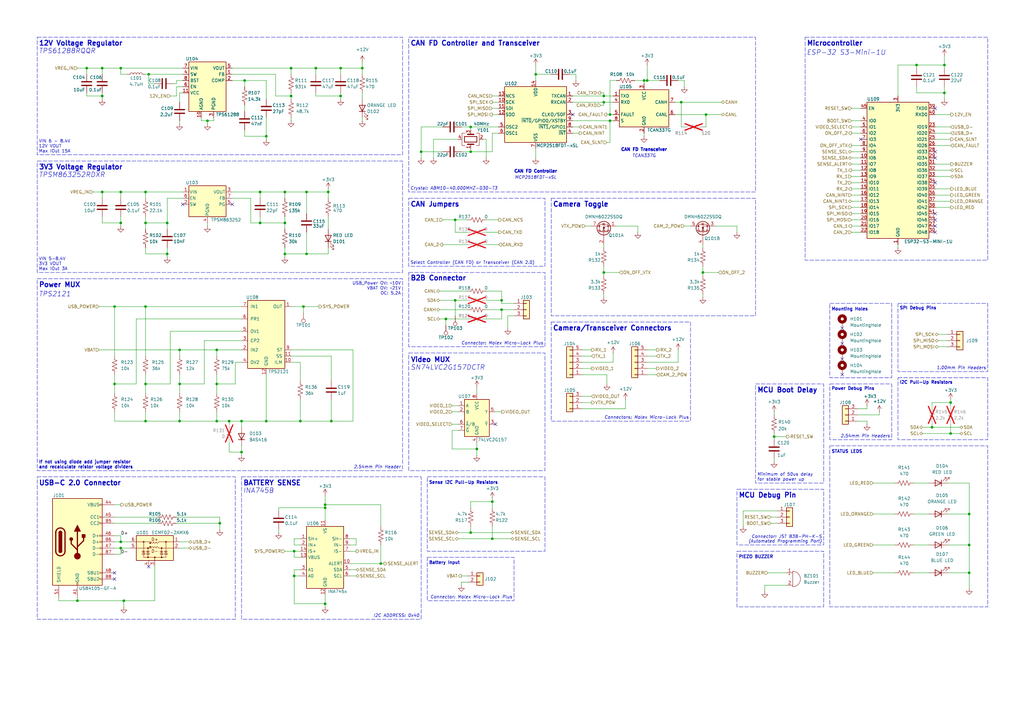
<source format=kicad_sch>
(kicad_sch (version 20231120) (generator "eeschema") (generator_version "8.0")
  (paper "A3")
  (title_block (title "Stargazer Camera Board MK2") (date "2024-12-01") (rev "A") (company "Illinois Space Society") (comment 3 "Michael Griegel, Rohan Das, Shiv Bahl, Thomas McManamen") (comment 4 "Contributers: Annika Kmiecik, Charlie Fedder, Chethan Karandikar, Everitt C, Ishani Sahu,"))
  (lib_symbols
    (symbol "74xGxx:74LVC2G157"
      (property "Reference" "U3" (at 2.54 10.16 0))
      (property "Value" "74LVC2G157" (at 7.62 -10.16 0))
      (symbol "74LVC2G157_1_1"
        (pin input line (at -7.62 5.08 0) (length 2.54) (name "A") (number "1"))
        (pin input line (at -7.62 2.54 0) (length 2.54) (name "B") (number "2"))
        (pin output line (at 7.62 -2.54 180) (length 2.54) (name "~{Y}") (number "3"))
        (pin power_in line (at 0 -10.16 90) (length 2.54) (name "GND") (number "4"))
        (pin output line (at 7.62 2.54 180) (length 2.54) (name "Y") (number "5"))
        (pin input line (at -7.62 -2.54 0) (length 2.54) (name "~{A}/B") (number "6"))
        (pin input line (at -7.62 -5.08 0) (length 2.54) (name "~{G}") (number "7"))
        (pin power_in line (at 0 10.16 270) (length 2.54) (name "VCC") (number "8"))
      )
    )
    (symbol "Connector:TestPoint" (pin_numbers hide) (pin_names (offset 0.762) hide)
      (property "Reference" "TP" (at 0 6.858 0))
      (property "Value" "TestPoint" (at 0 5.08 0))
      (symbol "TestPoint_1_1"
        (pin passive line (at 0 0 90) (length 2.54) (name "1") (number "1"))
      )
    )
    (symbol "Connector:USB_C_Receptacle_USB2.0" (pin_names (offset 1.016))
      (property "Reference" "J1" (at 0 21.59 0))
      (property "Value" "USB_C_Receptacle_USB2.0" (at 0 19.05 0))
      (symbol "USB_C_Receptacle_USB2.0_1_1"
        (pin passive line (at 0 -22.86 90) (length 5.08) (name "GND") (number "A1"))
        (pin passive line (at 0 -22.86 90) (length 5.08) hide (name "GND") (number "A12"))
        (pin passive line (at 15.24 15.24 180) (length 5.08) (name "VBUS") (number "A4"))
        (pin bidirectional line (at 15.24 10.16 180) (length 5.08) (name "CC1") (number "A5"))
        (pin bidirectional line (at 15.24 2.54 180) (length 5.08) (name "D+") (number "A6"))
        (pin bidirectional line (at 15.24 -2.54 180) (length 5.08) (name "D-") (number "A7"))
        (pin bidirectional line (at 15.24 -12.7 180) (length 5.08) (name "SBU1") (number "A8"))
        (pin passive line (at 15.24 15.24 180) (length 5.08) hide (name "VBUS") (number "A9"))
        (pin passive line (at 0 -22.86 90) (length 5.08) hide (name "GND") (number "B1"))
        (pin passive line (at 0 -22.86 90) (length 5.08) hide (name "GND") (number "B12"))
        (pin passive line (at 15.24 15.24 180) (length 5.08) hide (name "VBUS") (number "B4"))
        (pin bidirectional line (at 15.24 7.62 180) (length 5.08) (name "CC2") (number "B5"))
        (pin bidirectional line (at 15.24 0 180) (length 5.08) (name "D+") (number "B6"))
        (pin bidirectional line (at 15.24 -5.08 180) (length 5.08) (name "D-") (number "B7"))
        (pin bidirectional line (at 15.24 -15.24 180) (length 5.08) (name "SBU2") (number "B8"))
        (pin passive line (at 15.24 15.24 180) (length 5.08) hide (name "VBUS") (number "B9"))
        (pin passive line (at -7.62 -22.86 90) (length 5.08) (name "SHIELD") (number "S1"))
      )
    )
    (symbol "Connector_Generic:Conn_01x02" (pin_names (offset 1.016) hide)
      (property "Reference" "J" (at 0 2.54 0))
      (property "Value" "Conn_01x02" (at 0 -5.08 0))
      (symbol "Conn_01x02_1_1"
        (pin passive line (at -5.08 0 0) (length 3.81) (name "Pin_1") (number "1"))
        (pin passive line (at -5.08 -2.54 0) (length 3.81) (name "Pin_2") (number "2"))
      )
    )
    (symbol "Connector_Generic:Conn_01x03" (pin_names (offset 1.016) hide)
      (property "Reference" "J" (at 0 5.08 0))
      (property "Value" "Conn_01x03" (at 0 -5.08 0))
      (symbol "Conn_01x03_1_1"
        (pin passive line (at -5.08 2.54 0) (length 3.81) (name "Pin_1") (number "1"))
        (pin passive line (at -5.08 0 0) (length 3.81) (name "Pin_2") (number "2"))
        (pin passive line (at -5.08 -2.54 0) (length 3.81) (name "Pin_3") (number "3"))
      )
    )
    (symbol "Connector_Generic:Conn_01x05" (pin_names (offset 1.016) hide)
      (property "Reference" "J" (at 0 7.62 0))
      (property "Value" "Conn_01x05" (at 0 -7.62 0))
      (symbol "Conn_01x05_1_1"
        (pin passive line (at -5.08 5.08 0) (length 3.81) (name "Pin_1") (number "1"))
        (pin passive line (at -5.08 2.54 0) (length 3.81) (name "Pin_2") (number "2"))
        (pin passive line (at -5.08 0 0) (length 3.81) (name "Pin_3") (number "3"))
        (pin passive line (at -5.08 -2.54 0) (length 3.81) (name "Pin_4") (number "4"))
        (pin passive line (at -5.08 -5.08 0) (length 3.81) (name "Pin_5") (number "5"))
      )
    )
    (symbol "Device:Buzzer" (pin_names (offset 0.0254) hide)
      (property "Reference" "BZ" (at 3.81 1.27 0))
      (property "Value" "Buzzer" (at 3.81 -1.27 0))
      (symbol "Buzzer_1_1"
        (pin passive line (at -2.54 2.54 0) (length 2.54) (name "-") (number "1"))
        (pin passive line (at -2.54 -2.54 0) (length 2.54) (name "+") (number "2"))
      )
    )
    (symbol "Device:C" (pin_numbers hide) (pin_names (offset 0.254))
      (property "Reference" "C" (at 0.635 2.54 0))
      (property "Value" "C" (at 0.635 -2.54 0))
      (symbol "C_1_1"
        (pin passive line (at 0 3.81 270) (length 2.794) (name "~") (number "1"))
        (pin passive line (at 0 -3.81 90) (length 2.794) (name "~") (number "2"))
      )
    )
    (symbol "Device:Crystal_GND24" (pin_names (offset 1.016) hide)
      (property "Reference" "Y" (at 3.175 5.08 0))
      (property "Value" "Crystal_GND24" (at 3.175 3.175 0))
      (symbol "Crystal_GND24_1_1"
        (pin passive line (at -3.81 0 0) (length 1.27) (name "1") (number "1"))
        (pin passive line (at 0 5.08 270) (length 1.27) (name "2") (number "2"))
        (pin passive line (at 3.81 0 180) (length 1.27) (name "3") (number "3"))
        (pin passive line (at 0 -5.08 90) (length 1.27) (name "4") (number "4"))
      )
    )
    (symbol "Device:D" (pin_numbers hide) (pin_names (offset 1.016) hide)
      (property "Reference" "D" (at 0 2.54 0))
      (property "Value" "D" (at 0 -2.54 0))
      (symbol "D_1_1"
        (pin passive line (at -3.81 0 0) (length 2.54) (name "K") (number "1"))
        (pin passive line (at 3.81 0 180) (length 2.54) (name "A") (number "2"))
      )
    )
    (symbol "Device:L" (pin_numbers hide) (pin_names (offset 1.016) hide)
      (property "Reference" "L" (at -1.27 0 90))
      (property "Value" "L" (at 1.905 0 90))
      (symbol "L_1_1"
        (pin passive line (at 0 3.81 270) (length 1.27) (name "1") (number "1"))
        (pin passive line (at 0 -3.81 90) (length 1.27) (name "2") (number "2"))
      )
    )
    (symbol "Device:LED" (pin_numbers hide) (pin_names (offset 1.016) hide)
      (property "Reference" "D" (at 0 2.54 0))
      (property "Value" "LED" (at 0 -2.54 0))
      (symbol "LED_1_1"
        (pin passive line (at -3.81 0 0) (length 2.54) (name "K") (number "1"))
        (pin passive line (at 3.81 0 180) (length 2.54) (name "A") (number "2"))
      )
    )
    (symbol "Device:R_US" (pin_numbers hide) (pin_names (offset 0))
      (property "Reference" "R" (at 2.54 0 90))
      (property "Value" "R_US" (at -2.54 0 90))
      (symbol "R_US_1_1"
        (pin passive line (at 0 3.81 270) (length 1.27) (name "~") (number "1"))
        (pin passive line (at 0 -3.81 90) (length 1.27) (name "~") (number "2"))
      )
    )
    (symbol "GND_1" (power) (pin_numbers hide) (pin_names (offset 0) hide)
      (property "Value" "GND" (at 0 -3.81 0))
      (symbol "GND_1_1_1"
        (pin power_in line (at 0 0 270) (length 0) (name "~") (number "1"))
      )
    )
    (symbol "INA745x_1"
      (property "Reference" "U" (at -7.112 13.97 0))
      (property "Value" "INA745x" (at 5.08 -13.97 0))
      (symbol "INA745x_1_1_1"
        (pin output line (at -10.16 7.62 0) (length 2.54) (name "SH+") (number "1"))
        (pin output line (at 10.16 -2.54 180) (length 2.54) (name "ALERT") (number "10"))
        (pin power_in line (at 0 15.24 270) (length 2.54) (name "VS") (number "11"))
        (pin power_out line (at 0 -15.24 90) (length 2.54) (name "GND") (number "12"))
        (pin input line (at -10.16 0 0) (length 2.54) (name "VBUS") (number "13"))
        (pin input line (at -10.16 2.54 0) (length 2.54) (name "IS+") (number "14"))
        (pin input line (at -10.16 5.08 0) (length 2.54) (name "IN+") (number "2"))
        (pin input line (at -10.16 -5.08 0) (length 2.54) (name "A1") (number "3"))
        (pin input line (at -10.16 -7.62 0) (length 2.54) (name "A0") (number "4"))
        (pin bidirectional line (at 10.16 -5.08 180) (length 2.54) (name "SDA") (number "5"))
        (pin input line (at 10.16 -7.62 180) (length 2.54) (name "SCL") (number "6"))
        (pin input line (at 10.16 2.54 180) (length 2.54) (name "IS-") (number "7"))
        (pin output line (at 10.16 7.62 180) (length 2.54) (name "SH-") (number "8"))
        (pin input line (at 10.16 5.08 180) (length 2.54) (name "IN-") (number "9"))
      )
    )
    (symbol "Interface_CAN_LIN:TCAN337G"
      (property "Reference" "U" (at -10.16 8.89 0))
      (property "Value" "TCAN337G" (at 2.54 8.89 0))
      (symbol "TCAN337G_1_1"
        (pin input line (at -12.7 5.08 0) (length 2.54) (name "TXD") (number "1"))
        (pin power_in line (at 0 -10.16 90) (length 2.54) (name "GND") (number "2"))
        (pin power_in line (at 0 10.16 270) (length 2.54) (name "VCC") (number "3"))
        (pin tri_state line (at -12.7 2.54 0) (length 2.54) (name "RXD") (number "4"))
        (pin open_collector line (at -12.7 -2.54 0) (length 2.54) (name "FAULT") (number "5"))
        (pin bidirectional line (at 12.7 -2.54 180) (length 2.54) (name "CANL") (number "6"))
        (pin bidirectional line (at 12.7 2.54 180) (length 2.54) (name "CANH") (number "7"))
        (pin input line (at -12.7 -5.08 0) (length 2.54) (name "S") (number "8"))
      )
    )
    (symbol "Interface_CAN_Microchip:MCP2518FDT-xSL" (pin_names (offset 0.254))
      (property "Reference" "U" (at -11.43 12.7 0))
      (property "Value" "MCP2518FDT-xSL" (at 10.16 -12.7 0))
      (symbol "MCP2518FDT-xSL_1_1"
        (pin output line (at 15.24 7.62 180) (length 2.54) (name "TXCAN") (number "1"))
        (pin input line (at -15.24 5.08 0) (length 2.54) (name "SCK") (number "10"))
        (pin input line (at -15.24 2.54 0) (length 2.54) (name "SDI") (number "11"))
        (pin output line (at -15.24 0 0) (length 2.54) (name "SDO") (number "12"))
        (pin input line (at -15.24 7.62 0) (length 2.54) (name "NCS") (number "13"))
        (pin power_in line (at 0 13.97 270) (length 2.54) (name "VDD") (number "14"))
        (pin input line (at 15.24 5.08 180) (length 2.54) (name "RXCAN") (number "2"))
        (pin output line (at 15.24 0 180) (length 2.54) (name "CLKO/SOF") (number "3"))
        (pin output line (at 15.24 -7.62 180) (length 2.54) (name "~{INT}") (number "4"))
        (pin output line (at -15.24 -5.08 0) (length 2.54) (name "OSC2") (number "5"))
        (pin input line (at -15.24 -7.62 0) (length 2.54) (name "OSC1") (number "6"))
        (pin power_in line (at 0 -13.97 90) (length 2.54) (name "VSS") (number "7"))
        (pin bidirectional line (at 15.24 -5.08 180) (length 2.54) (name "~{INT1}/GPIO1") (number "8"))
        (pin bidirectional line (at 15.24 -2.54 180) (length 2.54) (name "~{INT0}/GPIO0/XSTBY") (number "9"))
      )
    )
    (symbol "Mechanical:MountingHole_Pad" (pin_numbers hide) (pin_names (offset 1.016) hide)
      (property "Reference" "H" (at 0 6.35 0))
      (property "Value" "MountingHole_Pad" (at 0 4.445 0))
      (symbol "MountingHole_Pad_1_1"
        (pin input line (at 0 -2.54 90) (length 2.54) (name "1") (number "1"))
      )
    )
    (symbol "Power_MUX:TPS2121" (pin_names (offset 1.016))
      (property "Reference" "U4" (at -6.35 16.51 0))
      (property "Value" "TPS2121" (at 5.08 -16.51 0))
      (symbol "TPS2121_0_0"
        (pin output line (at 10.16 -10.16 180) (length 2.54) (name "ILM") (number "10"))
        (pin output line (at 10.16 -7.62 180) (length 2.54) (name "SS") (number "11"))
        (pin power_in line (at 0 -15.24 90) (length 2.54) (name "GND") (number "12"))
        (pin power_in line (at -10.16 -5.08 0) (length 2.54) (name "IN2") (number "2"))
        (pin input line (at -10.16 -1.27 0) (length 2.54) (name "CP2") (number "3"))
        (pin input line (at -10.16 -10.16 0) (length 2.54) (name "OV2") (number "4"))
        (pin input line (at -10.16 2.54 0) (length 2.54) (name "OV1") (number "5"))
        (pin input line (at -10.16 7.62 0) (length 2.54) (name "PR1") (number "6"))
        (pin power_in line (at -10.16 12.7 0) (length 2.54) (name "IN1") (number "7"))
        (pin output line (at 10.16 -5.08 180) (length 2.54) (name "ST") (number "9"))
      )
      (symbol "TPS2121_1_0"
        (pin power_out line (at 10.16 12.7 180) (length 2.54) (name "OUT") (number "1"))
        (pin power_out line (at 10.16 12.7 180) (length 2.54) hide (name "OUT") (number "8"))
      )
    )
    (symbol "Power_Protection:ECMF02-2AMX6" (pin_names (offset 0.0254) hide)
      (property "Reference" "U" (at 0 10.16 0))
      (property "Value" "ECMF02-2AMX6" (at 0 7.62 0))
      (symbol "ECMF02-2AMX6_0_1"
        (text "D+" (at 0 3.556 0) (effects (font (size 1.27 1.27))))
        (text "D-" (at 0 -1.27 0) (effects (font (size 1.27 1.27))))
      )
      (symbol "ECMF02-2AMX6_1_1"
        (pin passive line (at -10.16 2.54 0) (length 2.54) (name "D+_in") (number "1"))
        (pin passive line (at -10.16 0 0) (length 2.54) (name "D-_in") (number "2"))
        (pin power_in line (at 0 -7.62 90) (length 2.54) (name "GND") (number "3"))
        (pin free line (at 2.54 -7.62 90) (length 2.54) (name "NC") (number "4"))
        (pin passive line (at 10.16 0 180) (length 2.54) (name "D-_out") (number "5"))
        (pin passive line (at 10.16 2.54 180) (length 2.54) (name "D+_out") (number "6"))
      )
    )
    (symbol "RF_Module:ESP32-S3-MINI-1U"
      (property "Reference" "U" (at -11.43 29.21 0))
      (property "Value" "ESP32-S3-MINI-1U" (at 12.7 29.21 0))
      (symbol "ESP32-S3-MINI-1U_1_1"
        (pin power_in line (at 0 -30.48 90) (length 2.54) (name "GND") (number "1"))
        (pin bidirectional line (at -15.24 5.08 0) (length 2.54) (name "IO6") (number "10"))
        (pin bidirectional line (at -15.24 2.54 0) (length 2.54) (name "IO7") (number "11"))
        (pin bidirectional line (at -15.24 0 0) (length 2.54) (name "IO8") (number "12"))
        (pin bidirectional line (at -15.24 -2.54 0) (length 2.54) (name "IO9") (number "13"))
        (pin bidirectional line (at -15.24 -5.08 0) (length 2.54) (name "IO10") (number "14"))
        (pin bidirectional line (at -15.24 -7.62 0) (length 2.54) (name "IO11") (number "15"))
        (pin bidirectional line (at -15.24 -10.16 0) (length 2.54) (name "IO12") (number "16"))
        (pin bidirectional line (at -15.24 -12.7 0) (length 2.54) (name "IO13") (number "17"))
        (pin bidirectional line (at -15.24 -15.24 0) (length 2.54) (name "IO14") (number "18"))
        (pin bidirectional line (at -15.24 -17.78 0) (length 2.54) (name "IO15") (number "19"))
        (pin passive line (at 0 -30.48 90) (length 2.54) hide (name "GND") (number "2"))
        (pin bidirectional line (at -15.24 -20.32 0) (length 2.54) (name "IO16") (number "20"))
        (pin bidirectional line (at -15.24 -22.86 0) (length 2.54) (name "IO17") (number "21"))
        (pin bidirectional line (at -15.24 -25.4 0) (length 2.54) (name "IO18") (number "22"))
        (pin bidirectional line (at 15.24 17.78 180) (length 2.54) (name "IO19") (number "23"))
        (pin bidirectional line (at 15.24 15.24 180) (length 2.54) (name "IO20") (number "24"))
        (pin bidirectional line (at 15.24 12.7 180) (length 2.54) (name "IO21") (number "25"))
        (pin bidirectional line (at 15.24 10.16 180) (length 2.54) (name "IO26") (number "26"))
        (pin bidirectional line (at 15.24 -22.86 180) (length 2.54) (name "IO47") (number "27"))
        (pin bidirectional line (at 15.24 7.62 180) (length 2.54) (name "IO33") (number "28"))
        (pin bidirectional line (at 15.24 5.08 180) (length 2.54) (name "IO34") (number "29"))
        (pin power_in line (at 0 30.48 270) (length 2.54) (name "3V3") (number "3"))
        (pin bidirectional line (at 15.24 -25.4 180) (length 2.54) (name "IO48") (number "30"))
        (pin bidirectional line (at 15.24 2.54 180) (length 2.54) (name "IO35") (number "31"))
        (pin bidirectional line (at 15.24 0 180) (length 2.54) (name "IO36") (number "32"))
        (pin bidirectional line (at 15.24 -2.54 180) (length 2.54) (name "IO37") (number "33"))
        (pin bidirectional line (at 15.24 -5.08 180) (length 2.54) (name "IO38") (number "34"))
        (pin bidirectional line (at 15.24 -7.62 180) (length 2.54) (name "IO39") (number "35"))
        (pin bidirectional line (at 15.24 -10.16 180) (length 2.54) (name "IO40") (number "36"))
        (pin bidirectional line (at 15.24 -12.7 180) (length 2.54) (name "IO41") (number "37"))
        (pin bidirectional line (at 15.24 -15.24 180) (length 2.54) (name "IO42") (number "38"))
        (pin bidirectional line (at 15.24 25.4 180) (length 2.54) (name "TXD0") (number "39"))
        (pin bidirectional line (at -15.24 20.32 0) (length 2.54) (name "IO0") (number "4"))
        (pin bidirectional line (at 15.24 22.86 180) (length 2.54) (name "RXD0") (number "40"))
        (pin bidirectional line (at 15.24 -17.78 180) (length 2.54) (name "IO45") (number "41"))
        (pin passive line (at 0 -30.48 90) (length 2.54) hide (name "GND") (number "42"))
        (pin passive line (at 0 -30.48 90) (length 2.54) hide (name "GND") (number "43"))
        (pin bidirectional line (at 15.24 -20.32 180) (length 2.54) (name "IO46") (number "44"))
        (pin input line (at -15.24 25.4 0) (length 2.54) (name "EN") (number "45"))
        (pin passive line (at 0 -30.48 90) (length 2.54) hide (name "GND") (number "46"))
        (pin passive line (at 0 -30.48 90) (length 2.54) hide (name "GND") (number "47"))
        (pin passive line (at 0 -30.48 90) (length 2.54) hide (name "GND") (number "48"))
        (pin passive line (at 0 -30.48 90) (length 2.54) hide (name "GND") (number "49"))
        (pin bidirectional line (at -15.24 17.78 0) (length 2.54) (name "IO1") (number "5"))
        (pin passive line (at 0 -30.48 90) (length 2.54) hide (name "GND") (number "50"))
        (pin passive line (at 0 -30.48 90) (length 2.54) hide (name "GND") (number "51"))
        (pin passive line (at 0 -30.48 90) (length 2.54) hide (name "GND") (number "52"))
        (pin passive line (at 0 -30.48 90) (length 2.54) hide (name "GND") (number "53"))
        (pin passive line (at 0 -30.48 90) (length 2.54) hide (name "GND") (number "54"))
        (pin passive line (at 0 -30.48 90) (length 2.54) hide (name "GND") (number "55"))
        (pin passive line (at 0 -30.48 90) (length 2.54) hide (name "GND") (number "56"))
        (pin passive line (at 0 -30.48 90) (length 2.54) hide (name "GND") (number "57"))
        (pin passive line (at 0 -30.48 90) (length 2.54) hide (name "GND") (number "58"))
        (pin passive line (at 0 -30.48 90) (length 2.54) hide (name "GND") (number "59"))
        (pin bidirectional line (at -15.24 15.24 0) (length 2.54) (name "IO2") (number "6"))
        (pin passive line (at 0 -30.48 90) (length 2.54) hide (name "GND") (number "60"))
        (pin passive line (at 0 -30.48 90) (length 2.54) hide (name "GND") (number "61"))
        (pin passive line (at 0 -30.48 90) (length 2.54) hide (name "GND") (number "62"))
        (pin passive line (at 0 -30.48 90) (length 2.54) hide (name "GND") (number "63"))
        (pin passive line (at 0 -30.48 90) (length 2.54) hide (name "GND") (number "64"))
        (pin passive line (at 0 -30.48 90) (length 2.54) hide (name "GND") (number "65"))
        (pin bidirectional line (at -15.24 12.7 0) (length 2.54) (name "IO3") (number "7"))
        (pin bidirectional line (at -15.24 10.16 0) (length 2.54) (name "IO4") (number "8"))
        (pin bidirectional line (at -15.24 7.62 0) (length 2.54) (name "IO5") (number "9"))
      )
    )
    (symbol "Regulator_Texas:TI_TPS61288"
      (property "Reference" "U" (at -6.985 11.43 0))
      (property "Value" "TPS61288" (at 8.255 -12.065 0))
      (symbol "TI_TPS61288_1_1"
        (pin unspecified line (at 10.16 5.08 180) (length 2.54) (name "FB") (number "1"))
        (pin power_in line (at -2.54 -12.7 90) (length 2.54) (name "AGND") (number "10"))
        (pin unspecified line (at -10.16 -2.54 0) (length 2.54) (name "VCC") (number "11"))
        (pin unspecified line (at 10.16 2.54 180) (length 2.54) (name "COMP") (number "2"))
        (pin power_in line (at 2.54 -12.7 90) (length 2.54) (name "PGND") (number "3"))
        (pin unspecified line (at -10.16 5.08 0) (length 2.54) (name "SW") (number "4"))
        (pin power_in line (at 10.16 7.62 180) (length 2.54) (name "VOUT") (number "5"))
        (pin input line (at -10.16 0 0) (length 2.54) (name "EN") (number "6"))
        (pin power_in line (at -10.16 7.62 0) (length 2.54) (name "VIN") (number "7"))
        (pin unspecified line (at -10.16 2.54 0) (length 2.54) (name "BST") (number "8"))
        (pin unspecified line (at -10.16 5.08 0) (length 2.54) hide (name "SW") (number "9"))
      )
    )
    (symbol "Regulator_Texas:TI_TPSM863252" (pin_names (offset 0.254))
      (property "Reference" "U" (at -6.985 6.35 0))
      (property "Value" "TPSM863252" (at 7.62 -8.89 0))
      (symbol "TI_TPSM863252_1_1"
        (pin power_in line (at -10.16 2.54 0) (length 2.54) (name "VIN") (number "1"))
        (pin unspecified line (at -10.16 -2.54 0) (length 2.54) (name "SW") (number "2"))
        (pin power_in line (at 10.16 2.54 180) (length 2.54) (name "VOUT") (number "3"))
        (pin power_in line (at 0 -10.16 90) (length 2.54) (name "PGND") (number "4"))
        (pin open_collector line (at 10.16 -2.54 180) (length 2.54) (name "PG") (number "5"))
        (pin input line (at -10.16 0 0) (length 2.54) (name "EN") (number "6"))
        (pin unspecified line (at 10.16 0 180) (length 2.54) (name "FB") (number "7"))
      )
    )
    (symbol "Transistor_FET_Diodes:DMNH6022SSDQ" (pin_names hide)
      (property "Reference" "Q" (at 2.54 -1.27 0))
      (property "Value" "DMNH6022SSDQ" (at 2.54 1.27 0))
      (symbol "DMNH6022SSDQ_1_0"
        (pin passive line (at 0 -5.08 90) (length 2.54) (name "S1") (number "1"))
        (pin input line (at -7.62 0 0) (length 2.54) (name "G1") (number "2"))
        (pin passive line (at 0 5.08 270) (length 2.54) (name "D1") (number "7"))
        (pin passive line (at 0 5.08 270) (length 2.54) hide (name "D1") (number "8"))
      )
      (symbol "DMNH6022SSDQ_2_0"
        (pin passive line (at 0 -5.08 90) (length 2.54) (name "S2") (number "3"))
        (pin input line (at -7.62 0 0) (length 2.54) (name "G2") (number "4"))
        (pin passive line (at 0 5.08 270) (length 2.54) (name "D2") (number "5"))
        (pin passive line (at 0 5.08 270) (length 2.54) hide (name "D2") (number "6"))
      )
    )
    (symbol "power:+12V" (power) (pin_numbers hide) (pin_names (offset 0) hide)
      (property "Value" "+12V" (at 0 3.556 0))
      (symbol "+12V_1_1"
        (pin power_in line (at 0 0 90) (length 0) (name "~") (number "1"))
      )
    )
    (symbol "power:+3V3" (power) (pin_names (offset 0))
      (property "Value" "+3V3" (at 0 3.556 0))
      (symbol "+3V3_1_1"
        (pin power_in line (at 0 0 90) (length 0) hide (name "+3V3") (number "1"))
      )
    )
    (symbol "power:GND" (power) (pin_names (offset 0))
      (property "Value" "GND" (at 0 -3.81 0))
      (symbol "GND_1_1"
        (pin power_in line (at 0 0 270) (length 0) hide (name "GND") (number "1"))
      )
    )
  )
  (junction (at 100.33 33.02))
  (junction (at 125.73 104.14))
  (junction (at 119.38 39.37))
  (junction (at 201.93 205.74))
  (junction (at 193.04 62.23))
  (junction (at 389.89 165.1))
  (junction (at 247.65 39.37))
  (junction (at 46.99 157.48))
  (junction (at 31.75 246.38))
  (junction (at 193.04 52.07))
  (junction (at 201.93 220.98))
  (junction (at 397.51 234.95))
  (junction (at 49.53 78.74))
  (junction (at 106.68 91.44))
  (junction (at 133.35 247.65))
  (junction (at 88.9 157.48))
  (junction (at 99.06 172.72))
  (junction (at 41.91 78.74))
  (junction (at 46.99 125.73))
  (junction (at 387.35 26.67))
  (junction (at 186.69 123.19))
  (junction (at 120.65 236.22))
  (junction (at 195.58 184.15))
  (junction (at 49.53 91.44))
  (junction (at 250.19 46.99))
  (junction (at 68.58 104.14))
  (junction (at 50.8 246.38))
  (junction (at 139.7 27.94))
  (junction (at 139.7 39.37))
  (junction (at 186.69 90.17))
  (junction (at 106.68 78.74))
  (junction (at 68.58 91.44))
  (junction (at 247.65 111.76))
  (junction (at 375.92 26.67))
  (junction (at 397.51 223.52))
  (junction (at 317.5 179.07))
  (junction (at 205.74 123.19))
  (junction (at 389.89 177.8))
  (junction (at 59.69 172.72))
  (junction (at 172.72 62.23))
  (junction (at 109.22 172.72))
  (junction (at 182.88 130.81))
  (junction (at 88.9 143.51))
  (junction (at 156.21 231.14))
  (junction (at 120.65 226.06))
  (junction (at 148.59 27.94))
  (junction (at 116.84 91.44))
  (junction (at 59.69 157.48))
  (junction (at 125.73 78.74))
  (junction (at 382.27 175.26))
  (junction (at 289.56 46.99))
  (junction (at 99.06 185.42))
  (junction (at 93.98 172.72))
  (junction (at 88.9 172.72))
  (junction (at 387.35 38.1))
  (junction (at 397.51 210.82))
  (junction (at 41.91 27.94))
  (junction (at 90.17 214.63))
  (junction (at 59.69 91.44))
  (junction (at 73.66 157.48))
  (junction (at 116.84 104.14))
  (junction (at 129.54 27.94))
  (junction (at 264.16 33.02))
  (junction (at 119.38 27.94))
  (junction (at 133.35 208.28))
  (junction (at 116.84 78.74))
  (junction (at 85.09 49.53))
  (junction (at 250.19 49.53))
  (junction (at 193.04 218.44))
  (junction (at 109.22 55.88))
  (junction (at 73.66 143.51))
  (junction (at 205.74 127))
  (junction (at 135.89 172.72))
  (junction (at 279.4 41.91))
  (junction (at 49.53 224.79))
  (junction (at 49.53 27.94))
  (junction (at 59.69 125.73))
  (junction (at 60.96 30.48))
  (junction (at 265.43 33.02))
  (junction (at 41.91 39.37))
  (junction (at 219.71 30.48))
  (junction (at 73.66 172.72))
  (junction (at 124.46 125.73))
  (junction (at 247.65 41.91))
  (junction (at 134.62 78.74))
  (junction (at 123.19 172.72))
  (junction (at 49.53 222.25))
  (junction (at 288.29 111.76))
  (junction (at 35.56 27.94))
  (junction (at 133.35 207.01))
  (junction (at 59.69 78.74))
  (no_connect (at 234.95 46.99))
  (no_connect (at 203.2 173.99))
  (no_connect (at 46.99 234.95))
  (no_connect (at 60.96 232.41))
  (no_connect (at 345.44 147.32))
  (no_connect (at 345.44 140.97))
  (no_connect (at 345.44 134.62))
  (no_connect (at 383.54 95.25))
  (no_connect (at 95.25 83.82))
  (no_connect (at 383.54 44.45))
  (no_connect (at 353.06 57.15))
  (no_connect (at 74.93 83.82))
  (no_connect (at 383.54 64.77))
  (no_connect (at 383.54 74.93))
  (no_connect (at 383.54 62.23))
  (no_connect (at 383.54 87.63))
  (no_connect (at 383.54 92.71))
  (no_connect (at 345.44 153.67))
  (no_connect (at 383.54 90.17))
  (no_connect (at 46.99 237.49))
  (wire (pts (xy 124.46 125.73) (xy 130.81 125.73)))
  (wire (pts (xy 119.38 39.37) (xy 119.38 40.64)))
  (wire (pts (xy 193.04 218.44) (xy 209.55 218.44)))
  (wire (pts (xy 382.27 165.1) (xy 389.89 165.1)))
  (wire (pts (xy 41.91 27.94) (xy 41.91 30.48)))
  (wire (pts (xy 109.22 172.72) (xy 123.19 172.72)))
  (wire (pts (xy 205.74 124.46) (xy 210.82 124.46)))
  (wire (pts (xy 199.39 130.81) (xy 205.74 130.81)))
  (wire (pts (xy 358.14 234.95) (xy 367.03 234.95)))
  (wire (pts (xy 247.65 41.91) (xy 251.46 41.91)))
  (wire (pts (xy 180.34 119.38) (xy 191.77 119.38)))
  (wire (pts (xy 181.61 90.17) (xy 186.69 90.17)))
  (wire (pts (xy 375.92 26.67) (xy 375.92 27.94)))
  (wire (pts (xy 73.66 224.79) (xy 77.47 224.79)))
  (wire (pts (xy 144.78 172.72) (xy 144.78 143.51)))
  (wire (pts (xy 68.58 104.14) (xy 68.58 101.6)))
  (wire (pts (xy 304.8 209.55) (xy 304.8 215.9)))
  (wire (pts (xy 93.98 172.72) (xy 93.98 173.99)))
  (wire (pts (xy 349.25 64.77) (xy 353.06 64.77)))
  (wire (pts (xy 317.5 168.91) (xy 317.5 170.18)))
  (wire (pts (xy 139.7 40.64) (xy 139.7 39.37)))
  (wire (pts (xy 125.73 104.14) (xy 134.62 104.14)))
  (wire (pts (xy 135.89 146.05) (xy 135.89 156.21)))
  (wire (pts (xy 269.24 146.05) (xy 265.43 146.05)))
  (wire (pts (xy 95.25 33.02) (xy 100.33 33.02)))
  (wire (pts (xy 120.65 236.22) (xy 123.19 236.22)))
  (wire (pts (xy 201.93 41.91) (xy 204.47 41.91)))
  (wire (pts (xy 349.25 85.09) (xy 353.06 85.09)))
  (wire (pts (xy 119.38 143.51) (xy 144.78 143.51)))
  (wire (pts (xy 382.27 173.99) (xy 382.27 175.26)))
  (wire (pts (xy 360.68 170.18) (xy 351.79 170.18)))
  (wire (pts (xy 143.51 226.06) (xy 146.05 226.06)))
  (wire (pts (xy 125.73 78.74) (xy 134.62 78.74)))
  (wire (pts (xy 120.65 236.22) (xy 120.65 247.65)))
  (wire (pts (xy 397.51 223.52) (xy 388.62 223.52)))
  (wire (pts (xy 237.49 52.07) (xy 234.95 52.07)))
  (wire (pts (xy 204.47 52.07) (xy 193.04 52.07)))
  (wire (pts (xy 247.65 109.22) (xy 247.65 111.76)))
  (wire (pts (xy 201.93 62.23) (xy 201.93 54.61)))
  (wire (pts (xy 314.96 234.95) (xy 322.58 234.95)))
  (wire (pts (xy 73.66 143.51) (xy 73.66 146.05)))
  (wire (pts (xy 35.56 39.37) (xy 41.91 39.37)))
  (wire (pts (xy 199.39 119.38) (xy 205.74 119.38)))
  (wire (pts (xy 35.56 27.94) (xy 35.56 30.48)))
  (wire (pts (xy 99.06 172.72) (xy 109.22 172.72)))
  (wire (pts (xy 156.21 231.14) (xy 156.21 223.52)))
  (wire (pts (xy 135.89 172.72) (xy 144.78 172.72)))
  (wire (pts (xy 201.93 205.74) (xy 201.93 208.28)))
  (wire (pts (xy 72.39 39.37) (xy 72.39 35.56)))
  (wire (pts (xy 100.33 33.02) (xy 100.33 35.56)))
  (wire (pts (xy 397.51 241.3) (xy 397.51 234.95)))
  (wire (pts (xy 119.38 148.59) (xy 123.19 148.59)))
  (wire (pts (xy 349.25 74.93) (xy 353.06 74.93)))
  (wire (pts (xy 90.17 212.09) (xy 90.17 214.63)))
  (wire (pts (xy 119.38 39.37) (xy 113.03 39.37)))
  (wire (pts (xy 31.75 246.38) (xy 24.13 246.38)))
  (wire (pts (xy 180.34 123.19) (xy 186.69 123.19)))
  (wire (pts (xy 120.65 233.68) (xy 120.65 236.22)))
  (wire (pts (xy 280.67 92.71) (xy 283.21 92.71)))
  (wire (pts (xy 186.69 90.17) (xy 186.69 95.25)))
  (wire (pts (xy 31.75 245.11) (xy 31.75 246.38)))
  (wire (pts (xy 113.03 39.37) (xy 113.03 30.48)))
  (wire (pts (xy 41.91 78.74) (xy 49.53 78.74)))
  (wire (pts (xy 374.65 234.95) (xy 381 234.95)))
  (wire (pts (xy 113.03 30.48) (xy 95.25 30.48)))
  (wire (pts (xy 90.17 214.63) (xy 72.39 214.63)))
  (wire (pts (xy 199.39 57.15) (xy 198.12 57.15)))
  (wire (pts (xy 193.04 53.34) (xy 193.04 52.07)))
  (wire (pts (xy 349.25 92.71) (xy 353.06 92.71)))
  (wire (pts (xy 246.38 38.1) (xy 247.65 38.1)))
  (wire (pts (xy 72.39 35.56) (xy 74.93 35.56)))
  (wire (pts (xy 201.93 204.47) (xy 201.93 205.74)))
  (wire (pts (xy 247.65 39.37) (xy 251.46 39.37)))
  (wire (pts (xy 69.85 135.89) (xy 99.06 135.89)))
  (wire (pts (xy 205.74 127) (xy 210.82 127)))
  (wire (pts (xy 201.93 39.37) (xy 204.47 39.37)))
  (wire (pts (xy 236.22 30.48) (xy 236.22 33.02)))
  (wire (pts (xy 185.42 168.91) (xy 187.96 168.91)))
  (wire (pts (xy 233.68 30.48) (xy 236.22 30.48)))
  (wire (pts (xy 269.24 143.51) (xy 265.43 143.51)))
  (wire (pts (xy 59.69 101.6) (xy 59.69 104.14)))
  (wire (pts (xy 114.3 218.44) (xy 114.3 217.17)))
  (wire (pts (xy 68.58 81.28) (xy 74.93 81.28)))
  (wire (pts (xy 90.17 214.63) (xy 90.17 217.17)))
  (wire (pts (xy 384.81 139.7) (xy 388.62 139.7)))
  (wire (pts (xy 193.04 215.9) (xy 193.04 218.44)))
  (wire (pts (xy 279.4 41.91) (xy 295.91 41.91)))
  (wire (pts (xy 254 111.76) (xy 247.65 111.76)))
  (wire (pts (xy 387.35 26.67) (xy 375.92 26.67)))
  (wire (pts (xy 181.61 100.33) (xy 191.77 100.33)))
  (wire (pts (xy 49.53 78.74) (xy 49.53 81.28)))
  (wire (pts (xy 384.81 137.16) (xy 388.62 137.16)))
  (wire (pts (xy 116.84 101.6) (xy 116.84 104.14)))
  (wire (pts (xy 59.69 125.73) (xy 99.06 125.73)))
  (wire (pts (xy 125.73 104.14) (xy 125.73 95.25)))
  (wire (pts (xy 288.29 120.65) (xy 288.29 121.92)))
  (wire (pts (xy 109.22 153.67) (xy 109.22 172.72)))
  (wire (pts (xy 63.5 232.41) (xy 63.5 246.38)))
  (wire (pts (xy 73.66 222.25) (xy 77.47 222.25)))
  (wire (pts (xy 185.42 173.99) (xy 187.96 173.99)))
  (wire (pts (xy 278.13 148.59) (xy 265.43 148.59)))
  (wire (pts (xy 189.23 236.22) (xy 191.77 236.22)))
  (wire (pts (xy 247.65 38.1) (xy 247.65 39.37)))
  (wire (pts (xy 204.47 54.61) (xy 201.93 54.61)))
  (wire (pts (xy 269.24 153.67) (xy 265.43 153.67)))
  (wire (pts (xy 88.9 153.67) (xy 88.9 157.48)))
  (wire (pts (xy 349.25 59.69) (xy 353.06 59.69)))
  (wire (pts (xy 41.91 88.9) (xy 41.91 91.44)))
  (wire (pts (xy 116.84 104.14) (xy 125.73 104.14)))
  (wire (pts (xy 180.34 127) (xy 191.77 127)))
  (wire (pts (xy 59.69 125.73) (xy 59.69 146.05)))
  (wire (pts (xy 382.27 175.26) (xy 378.46 175.26)))
  (wire (pts (xy 68.58 104.14) (xy 68.58 105.41)))
  (wire (pts (xy 99.06 182.88) (xy 99.06 185.42)))
  (wire (pts (xy 234.95 41.91) (xy 247.65 41.91)))
  (wire (pts (xy 289.56 46.99) (xy 295.91 46.99)))
  (wire (pts (xy 73.66 50.8) (xy 73.66 49.53)))
  (wire (pts (xy 382.27 175.26) (xy 393.7 175.26)))
  (wire (pts (xy 187.96 218.44) (xy 193.04 218.44)))
  (wire (pts (xy 193.04 62.23) (xy 193.04 60.96)))
  (wire (pts (xy 177.8 57.15) (xy 177.8 64.77)))
  (wire (pts (xy 247.65 121.92) (xy 247.65 120.65)))
  (wire (pts (xy 157.48 231.14) (xy 156.21 231.14)))
  (wire (pts (xy 74.93 38.1) (xy 73.66 38.1)))
  (wire (pts (xy 389.89 177.8) (xy 378.46 177.8)))
  (wire (pts (xy 288.29 111.76) (xy 288.29 113.03)))
  (wire (pts (xy 41.91 78.74) (xy 41.91 81.28)))
  (wire (pts (xy 120.65 223.52) (xy 123.19 223.52)))
  (wire (pts (xy 95.25 81.28) (xy 102.87 81.28)))
  (wire (pts (xy 238.76 151.13) (xy 242.57 151.13)))
  (wire (pts (xy 186.69 90.17) (xy 191.77 90.17)))
  (wire (pts (xy 234.95 49.53) (xy 250.19 49.53)))
  (wire (pts (xy 120.65 247.65) (xy 133.35 247.65)))
  (wire (pts (xy 302.26 92.71) (xy 293.37 92.71)))
  (wire (pts (xy 288.29 100.33) (xy 288.29 101.6)))
  (wire (pts (xy 187.96 176.53) (xy 185.42 176.53)))
  (wire (pts (xy 72.39 33.02) (xy 74.93 33.02)))
  (wire (pts (xy 50.8 246.38) (xy 50.8 248.92)))
  (wire (pts (xy 116.84 88.9) (xy 116.84 91.44)))
  (wire (pts (xy 133.35 207.01) (xy 133.35 203.2)))
  (wire (pts (xy 73.66 38.1) (xy 73.66 41.91)))
  (wire (pts (xy 289.56 52.07) (xy 288.29 52.07)))
  (wire (pts (xy 387.35 27.94) (xy 387.35 26.67)))
  (wire (pts (xy 49.53 27.94) (xy 74.93 27.94)))
  (wire (pts (xy 368.3 101.6) (xy 368.3 100.33)))
  (wire (pts (xy 73.66 143.51) (xy 88.9 143.51)))
  (wire (pts (xy 195.58 186.69) (xy 195.58 184.15)))
  (wire (pts (xy 276.86 41.91) (xy 279.4 41.91)))
  (wire (pts (xy 389.89 80.01) (xy 383.54 80.01)))
  (wire (pts (xy 375.92 38.1) (xy 387.35 38.1)))
  (wire (pts (xy 41.91 27.94) (xy 49.53 27.94)))
  (wire (pts (xy 93.98 185.42) (xy 99.06 185.42)))
  (wire (pts (xy 387.35 38.1) (xy 387.35 35.56)))
  (wire (pts (xy 261.62 92.71) (xy 252.73 92.71)))
  (wire (pts (xy 247.65 43.18) (xy 247.65 41.91)))
  (wire (pts (xy 389.89 59.69) (xy 383.54 59.69)))
  (wire (pts (xy 49.53 30.48) (xy 49.53 27.94)))
  (wire (pts (xy 185.42 176.53) (xy 185.42 184.15)))
  (wire (pts (xy 59.69 91.44) (xy 59.69 93.98)))
  (wire (pts (xy 134.62 77.47) (xy 134.62 78.74)))
  (wire (pts (xy 278.13 143.51) (xy 278.13 148.59)))
  (wire (pts (xy 250.19 49.53) (xy 251.46 49.53)))
  (wire (pts (xy 382.27 166.37) (xy 382.27 165.1)))
  (wire (pts (xy 133.35 243.84) (xy 133.35 247.65)))
  (wire (pts (xy 87.63 48.26) (xy 87.63 49.53)))
  (wire (pts (xy 384.81 142.24) (xy 388.62 142.24)))
  (wire (pts (xy 219.71 26.67) (xy 219.71 30.48)))
  (wire (pts (xy 360.68 168.91) (xy 360.68 170.18)))
  (wire (pts (xy 199.39 57.15) (xy 199.39 64.77)))
  (wire (pts (xy 114.3 208.28) (xy 114.3 209.55)))
  (wire (pts (xy 46.99 214.63) (xy 64.77 214.63)))
  (wire (pts (xy 181.61 62.23) (xy 172.72 62.23)))
  (wire (pts (xy 55.88 157.48) (xy 46.99 157.48)))
  (wire (pts (xy 199.39 95.25) (xy 204.47 95.25)))
  (wire (pts (xy 389.89 77.47) (xy 383.54 77.47)))
  (wire (pts (xy 35.56 38.1) (xy 35.56 39.37)))
  (wire (pts (xy 143.51 231.14) (xy 156.21 231.14)))
  (wire (pts (xy 71.12 34.29) (xy 72.39 34.29)))
  (wire (pts (xy 125.73 78.74) (xy 125.73 87.63)))
  (wire (pts (xy 240.03 92.71) (xy 242.57 92.71)))
  (wire (pts (xy 349.25 87.63) (xy 353.06 87.63)))
  (wire (pts (xy 24.13 245.11) (xy 24.13 246.38)))
  (wire (pts (xy 349.25 77.47) (xy 353.06 77.47)))
  (wire (pts (xy 41.91 38.1) (xy 41.91 39.37)))
  (wire (pts (xy 248.92 157.48) (xy 248.92 153.67)))
  (wire (pts (xy 256.54 163.83) (xy 256.54 167.64)))
  (wire (pts (xy 116.84 78.74) (xy 125.73 78.74)))
  (wire (pts (xy 374.65 210.82) (xy 381 210.82)))
  (wire (pts (xy 234.95 39.37) (xy 247.65 39.37)))
  (wire (pts (xy 247.65 111.76) (xy 247.65 113.03)))
  (wire (pts (xy 135.89 163.83) (xy 135.89 172.72)))
  (wire (pts (xy 318.77 209.55) (xy 304.8 209.55)))
  (wire (pts (xy 46.99 172.72) (xy 59.69 172.72)))
  (wire (pts (xy 49.53 222.25) (xy 53.34 222.25)))
  (wire (pts (xy 246.38 43.18) (xy 247.65 43.18)))
  (wire (pts (xy 250.19 46.99) (xy 251.46 46.99)))
  (wire (pts (xy 119.38 49.53) (xy 119.38 48.26)))
  (wire (pts (xy 187.96 57.15) (xy 177.8 57.15)))
  (wire (pts (xy 185.42 166.37) (xy 187.96 166.37)))
  (wire (pts (xy 264.16 55.88) (xy 264.16 54.61)))
  (wire (pts (xy 389.89 54.61) (xy 383.54 54.61)))
  (wire (pts (xy 201.93 220.98) (xy 209.55 220.98)))
  (wire (pts (xy 93.98 181.61) (xy 93.98 185.42)))
  (wire (pts (xy 123.19 220.98) (xy 120.65 220.98)))
  (wire (pts (xy 289.56 46.99) (xy 289.56 52.07)))
  (wire (pts (xy 279.4 52.07) (xy 280.67 52.07)))
  (wire (pts (xy 116.84 81.28) (xy 116.84 78.74)))
  (wire (pts (xy 123.19 228.6) (xy 120.65 228.6)))
  (wire (pts (xy 49.53 207.01) (xy 46.99 207.01)))
  (wire (pts (xy 248.92 46.99) (xy 250.19 46.99)))
  (wire (pts (xy 250.19 46.99) (xy 250.19 33.02)))
  (wire (pts (xy 242.57 146.05) (xy 238.76 146.05)))
  (wire (pts (xy 49.53 224.79) (xy 53.34 224.79)))
  (wire (pts (xy 322.58 240.03) (xy 313.69 240.03)))
  (wire (pts (xy 234.95 54.61) (xy 237.49 54.61)))
  (wire (pts (xy 46.99 227.33) (xy 49.53 227.33)))
  (wire (pts (xy 389.89 85.09) (xy 383.54 85.09)))
  (wire (pts (xy 134.62 88.9) (xy 134.62 93.98)))
  (wire (pts (xy 46.99 212.09) (xy 64.77 212.09)))
  (wire (pts (xy 148.59 38.1) (xy 148.59 40.64)))
  (wire (pts (xy 265.43 33.02) (xy 264.16 33.02)))
  (wire (pts (xy 59.69 88.9) (xy 59.69 91.44)))
  (wire (pts (xy 182.88 130.81) (xy 191.77 130.81)))
  (wire (pts (xy 172.72 62.23) (xy 172.72 64.77)))
  (wire (pts (xy 186.69 123.19) (xy 191.77 123.19)))
  (wire (pts (xy 100.33 43.18) (xy 100.33 45.72)))
  (wire (pts (xy 393.7 177.8) (xy 389.89 177.8)))
  (wire (pts (xy 242.57 165.1) (xy 238.76 165.1)))
  (wire (pts (xy 134.62 81.28) (xy 134.62 78.74)))
  (wire (pts (xy 313.69 240.03) (xy 313.69 242.57)))
  (wire (pts (xy 119.38 125.73) (xy 124.46 125.73)))
  (wire (pts (xy 120.65 226.06) (xy 116.84 226.06)))
  (wire (pts (xy 316.23 212.09) (xy 318.77 212.09)))
  (wire (pts (xy 205.74 123.19) (xy 199.39 123.19)))
  (wire (pts (xy 123.19 226.06) (xy 120.65 226.06)))
  (wire (pts (xy 208.28 134.62) (xy 208.28 129.54)))
  (wire (pts (xy 148.59 25.4) (xy 148.59 27.94)))
  (wire (pts (xy 46.99 224.79) (xy 49.53 224.79)))
  (wire (pts (xy 72.39 212.09) (xy 90.17 212.09)))
  (wire (pts (xy 59.69 157.48) (xy 59.69 161.29)))
  (wire (pts (xy 397.51 223.52) (xy 397.51 210.82)))
  (wire (pts (xy 106.68 88.9) (xy 106.68 91.44)))
  (wire (pts (xy 205.74 119.38) (xy 205.74 123.19)))
  (wire (pts (xy 40.64 125.73) (xy 46.99 125.73)))
  (wire (pts (xy 119.38 146.05) (xy 135.89 146.05)))
  (wire (pts (xy 93.98 172.72) (xy 99.06 172.72)))
  (wire (pts (xy 375.92 38.1) (xy 375.92 35.56)))
  (wire (pts (xy 68.58 91.44) (xy 68.58 81.28)))
  (wire (pts (xy 355.6 172.72) (xy 355.6 173.99)))
  (wire (pts (xy 368.3 26.67) (xy 375.92 26.67)))
  (wire (pts (xy 88.9 143.51) (xy 88.9 146.05)))
  (wire (pts (xy 349.25 49.53) (xy 353.06 49.53)))
  (wire (pts (xy 123.19 148.59) (xy 123.19 156.21)))
  (wire (pts (xy 134.62 101.6) (xy 134.62 104.14)))
  (wire (pts (xy 116.84 104.14) (xy 116.84 105.41)))
  (wire (pts (xy 276.86 46.99) (xy 289.56 46.99)))
  (wire (pts (xy 59.69 104.14) (xy 68.58 104.14)))
  (wire (pts (xy 106.68 78.74) (xy 116.84 78.74)))
  (wire (pts (xy 143.51 220.98) (xy 146.05 220.98)))
  (wire (pts (xy 95.25 27.94) (xy 119.38 27.94)))
  (wire (pts (xy 46.99 222.25) (xy 49.53 222.25)))
  (wire (pts (xy 185.42 184.15) (xy 195.58 184.15)))
  (wire (pts (xy 123.19 233.68) (xy 120.65 233.68)))
  (wire (pts (xy 389.89 163.83) (xy 389.89 165.1)))
  (wire (pts (xy 73.66 168.91) (xy 73.66 172.72)))
  (wire (pts (xy 49.53 91.44) (xy 49.53 92.71)))
  (wire (pts (xy 397.51 198.12) (xy 388.62 198.12)))
  (wire (pts (xy 219.71 30.48) (xy 226.06 30.48)))
  (wire (pts (xy 251.46 144.78) (xy 251.46 148.59)))
  (wire (pts (xy 99.06 148.59) (xy 96.52 148.59)))
  (wire (pts (xy 358.14 198.12) (xy 367.03 198.12)))
  (wire (pts (xy 389.89 46.99) (xy 383.54 46.99)))
  (wire (pts (xy 201.93 62.23) (xy 193.04 62.23)))
  (wire (pts (xy 180.34 130.81) (xy 182.88 130.81)))
  (wire (pts (xy 119.38 27.94) (xy 129.54 27.94)))
  (wire (pts (xy 50.8 246.38) (xy 63.5 246.38)))
  (wire (pts (xy 41.91 27.94) (xy 35.56 27.94)))
  (wire (pts (xy 100.33 55.88) (xy 109.22 55.88)))
  (wire (pts (xy 317.5 179.07) (xy 317.5 180.34)))
  (wire (pts (xy 143.51 236.22) (xy 146.05 236.22)))
  (wire (pts (xy 389.89 82.55) (xy 383.54 82.55)))
  (wire (pts (xy 60.96 34.29) (xy 63.5 34.29)))
  (wire (pts (xy 82.55 48.26) (xy 82.55 49.53)))
  (wire (pts (xy 83.82 157.48) (xy 73.66 157.48)))
  (wire (pts (xy 99.06 185.42) (xy 99.06 186.69)))
  (wire (pts (xy 316.23 214.63) (xy 318.77 214.63)))
  (wire (pts (xy 49.53 88.9) (xy 49.53 91.44)))
  (wire (pts (xy 46.99 157.48) (xy 46.99 161.29)))
  (wire (pts (xy 119.38 38.1) (xy 119.38 39.37)))
  (wire (pts (xy 87.63 49.53) (xy 85.09 49.53)))
  (wire (pts (xy 59.69 30.48) (xy 60.96 30.48)))
  (wire (pts (xy 186.69 129.54) (xy 186.69 123.19)))
  (wire (pts (xy 387.35 38.1) (xy 387.35 40.64)))
  (wire (pts (xy 73.66 157.48) (xy 73.66 161.29)))
  (wire (pts (xy 55.88 130.81) (xy 55.88 157.48)))
  (wire (pts (xy 349.25 67.31) (xy 353.06 67.31)))
  (wire (pts (xy 387.35 22.86) (xy 387.35 26.67)))
  (wire (pts (xy 95.25 78.74) (xy 106.68 78.74)))
  (wire (pts (xy 146.05 223.52) (xy 146.05 220.98)))
  (wire (pts (xy 59.69 172.72) (xy 73.66 172.72)))
  (wire (pts (xy 109.22 33.02) (xy 109.22 40.64)))
  (wire (pts (xy 349.25 80.01) (xy 353.06 80.01)))
  (wire (pts (xy 46.99 125.73) (xy 46.99 146.05)))
  (wire (pts (xy 133.35 208.28) (xy 133.35 213.36)))
  (wire (pts (xy 60.96 30.48) (xy 60.96 34.29)))
  (wire (pts (xy 219.71 30.48) (xy 219.71 33.02)))
  (wire (pts (xy 193.04 205.74) (xy 201.93 205.74)))
  (wire (pts (xy 156.21 207.01) (xy 133.35 207.01)))
  (wire (pts (xy 120.65 220.98) (xy 120.65 223.52)))
  (wire (pts (xy 102.87 91.44) (xy 102.87 81.28)))
  (wire (pts (xy 349.25 69.85) (xy 353.06 69.85)))
  (wire (pts (xy 68.58 91.44) (xy 68.58 93.98)))
  (wire (pts (xy 99.06 139.7) (xy 83.82 139.7)))
  (wire (pts (xy 368.3 26.67) (xy 368.3 39.37)))
  (wire (pts (xy 182.88 133.35) (xy 182.88 130.81)))
  (wire (pts (xy 205.74 127) (xy 205.74 130.81)))
  (wire (pts (xy 265.43 33.02) (xy 270.51 33.02)))
  (wire (pts (xy 88.9 168.91) (xy 88.9 172.72)))
  (wire (pts (xy 59.69 91.44) (xy 68.58 91.44)))
  (wire (pts (xy 389.89 165.1) (xy 389.89 166.37)))
  (wire (pts (xy 238.76 167.64) (xy 256.54 167.64)))
  (wire (pts (xy 99.06 172.72) (xy 99.06 175.26)))
  (wire (pts (xy 119.38 27.94) (xy 119.38 30.48)))
  (wire (pts (xy 189.23 240.03) (xy 189.23 238.76)))
  (wire (pts (xy 288.29 109.22) (xy 288.29 111.76)))
  (wire (pts (xy 219.71 60.96) (xy 219.71 64.77)))
  (wire (pts (xy 199.39 127) (xy 205.74 127)))
  (wire (pts (xy 143.51 223.52) (xy 146.05 223.52)))
  (wire (pts (xy 349.25 82.55) (xy 353.06 82.55)))
  (wire (pts (xy 317.5 179.07) (xy 322.58 179.07)))
  (wire (pts (xy 172.72 52.07) (xy 172.72 62.23)))
  (wire (pts (xy 46.99 168.91) (xy 46.99 172.72)))
  (wire (pts (xy 88.9 172.72) (xy 93.98 172.72)))
  (wire (pts (xy 278.13 33.02) (xy 280.67 33.02)))
  (wire (pts (xy 193.04 208.28) (xy 193.04 205.74)))
  (wire (pts (xy 383.54 67.31) (xy 389.89 67.31)))
  (wire (pts (xy 46.99 153.67) (xy 46.99 157.48)))
  (wire (pts (xy 208.28 129.54) (xy 210.82 129.54)))
  (wire (pts (xy 199.39 100.33) (xy 204.47 100.33)))
  (wire (pts (xy 349.25 62.23) (xy 353.06 62.23)))
  (wire (pts (xy 317.5 177.8) (xy 317.5 179.07)))
  (wire (pts (xy 193.04 52.07) (xy 189.23 52.07)))
  (wire (pts (xy 52.07 30.48) (xy 49.53 30.48)))
  (wire (pts (xy 100.33 53.34) (xy 100.33 55.88)))
  (wire (pts (xy 46.99 219.71) (xy 49.53 219.71)))
  (wire (pts (xy 96.52 148.59) (xy 96.52 157.48)))
  (wire (pts (xy 129.54 39.37) (xy 139.7 39.37)))
  (wire (pts (xy 186.69 95.25) (xy 191.77 95.25)))
  (wire (pts (xy 374.65 223.52) (xy 381 223.52)))
  (wire (pts (xy 238.76 162.56) (xy 242.57 162.56)))
  (wire (pts (xy 205.74 168.91) (xy 203.2 168.91)))
  (wire (pts (xy 265.43 151.13) (xy 269.24 151.13)))
  (wire (pts (xy 109.22 55.88) (xy 109.22 57.15)))
  (wire (pts (xy 146.05 233.68) (xy 143.51 233.68)))
  (wire (pts (xy 88.9 157.48) (xy 96.52 157.48)))
  (wire (pts (xy 109.22 48.26) (xy 109.22 55.88)))
  (wire (pts (xy 389.89 72.39) (xy 383.54 72.39)))
  (wire (pts (xy 261.62 95.25) (xy 261.62 92.71)))
  (wire (pts (xy 116.84 91.44) (xy 116.84 93.98)))
  (wire (pts (xy 59.69 78.74) (xy 74.93 78.74)))
  (wire (pts (xy 349.25 54.61) (xy 353.06 54.61)))
  (wire (pts (xy 195.58 181.61) (xy 195.58 184.15)))
  (wire (pts (xy 250.19 58.42) (xy 250.19 49.53)))
  (wire (pts (xy 106.68 91.44) (xy 116.84 91.44)))
  (wire (pts (xy 397.51 210.82) (xy 388.62 210.82)))
  (wire (pts (xy 355.6 167.64) (xy 355.6 166.37)))
  (wire (pts (xy 139.7 27.94) (xy 139.7 30.48)))
  (wire (pts (xy 355.6 172.72) (xy 351.79 172.72)))
  (wire (pts (xy 294.64 111.76) (xy 288.29 111.76)))
  (wire (pts (xy 59.69 168.91) (xy 59.69 172.72)))
  (wire (pts (xy 397.51 210.82) (xy 397.51 198.12)))
  (wire (pts (xy 181.61 52.07) (xy 172.72 52.07)))
  (wire (pts (xy 248.92 58.42) (xy 250.19 58.42)))
  (wire (pts (xy 242.57 143.51) (xy 238.76 143.51)))
  (wire (pts (xy 193.04 62.23) (xy 189.23 62.23)))
  (wire (pts (xy 49.53 78.74) (xy 59.69 78.74)))
  (wire (pts (xy 349.25 44.45) (xy 353.06 44.45)))
  (wire (pts (xy 73.66 172.72) (xy 88.9 172.72)))
  (wire (pts (xy 248.92 153.67) (xy 238.76 153.67)))
  (wire (pts (xy 114.3 208.28) (xy 133.35 208.28)))
  (wire (pts (xy 72.39 34.29) (xy 72.39 33.02)))
  (wire (pts (xy 73.66 153.67) (xy 73.66 157.48)))
  (wire (pts (xy 139.7 38.1) (xy 139.7 39.37)))
  (wire (pts (xy 83.82 139.7) (xy 83.82 157.48)))
  (wire (pts (xy 49.53 227.33) (xy 49.53 224.79)))
  (wire (pts (xy 201.93 46.99) (xy 204.47 46.99)))
  (wire (pts (xy 264.16 33.02) (xy 264.16 34.29)))
  (wire (pts (xy 247.65 100.33) (xy 247.65 101.6)))
  (wire (pts (xy 250.19 33.02) (xy 252.73 33.02)))
  (wire (pts (xy 389.89 57.15) (xy 383.54 57.15)))
  (wire (pts (xy 88.9 157.48) (xy 88.9 161.29)))
  (wire (pts (xy 123.19 163.83) (xy 123.19 172.72)))
  (wire (pts (xy 85.09 50.8) (xy 85.09 49.53)))
  (wire (pts (xy 389.89 173.99) (xy 389.89 177.8)))
  (wire (pts (xy 129.54 27.94) (xy 139.7 27.94)))
  (wire (pts (xy 41.91 91.44) (xy 49.53 91.44)))
  (wire (pts (xy 358.14 223.52) (xy 367.03 223.52)))
  (wire (pts (xy 397.51 234.95) (xy 388.62 234.95)))
  (wire (pts (xy 49.53 219.71) (xy 49.53 222.25)))
  (wire (pts (xy 139.7 27.94) (xy 148.59 27.94)))
  (wire (pts (xy 251.46 148.59) (xy 238.76 148.59)))
  (wire (pts (xy 199.39 90.17) (xy 204.47 90.17)))
  (wire (pts (xy 82.55 49.53) (xy 85.09 49.53)))
  (wire (pts (xy 59.69 153.67) (xy 59.69 157.48)))
  (wire (pts (xy 187.96 220.98) (xy 201.93 220.98)))
  (wire (pts (xy 156.21 215.9) (xy 156.21 207.01)))
  (wire (pts (xy 50.8 246.38) (xy 31.75 246.38)))
  (wire (pts (xy 349.25 52.07) (xy 353.06 52.07)))
  (wire (pts (xy 349.25 95.25) (xy 353.06 95.25)))
  (wire (pts (xy 88.9 143.51) (xy 99.06 143.51)))
  (wire (pts (xy 85.09 91.44) (xy 85.09 92.71)))
  (wire (pts (xy 120.65 226.06) (xy 120.65 228.6)))
  (wire (pts (xy 189.23 238.76) (xy 191.77 238.76)))
  (wire (pts (xy 123.19 172.72) (xy 135.89 172.72)))
  (wire (pts (xy 60.96 30.48) (xy 74.93 30.48)))
  (wire (pts (xy 389.89 69.85) (xy 383.54 69.85)))
  (wire (pts (xy 40.64 143.51) (xy 73.66 143.51)))
  (wire (pts (xy 397.51 234.95) (xy 397.51 223.52)))
  (wire (pts (xy 69.85 39.37) (xy 72.39 39.37)))
  (wire (pts (xy 129.54 27.94) (xy 129.54 30.48)))
  (wire (pts (xy 265.43 33.02) (xy 265.43 26.67)))
  (wire (pts (xy 133.35 248.92) (xy 133.35 247.65)))
  (wire (pts (xy 124.46 128.27) (xy 124.46 125.73)))
  (wire (pts (xy 349.25 72.39) (xy 353.06 72.39)))
  (wire (pts (xy 195.58 158.75) (xy 195.58 161.29)))
  (wire (pts (xy 59.69 157.48) (xy 69.85 157.48)))
  (wire (pts (xy 31.75 27.94) (xy 35.56 27.94)))
  (wire (pts (xy 55.88 130.81) (xy 99.06 130.81)))
  (wire (pts (xy 129.54 38.1) (xy 129.54 39.37)))
  (wire (pts (xy 260.35 33.02) (xy 264.16 33.02)))
  (wire (pts (xy 279.4 41.91) (xy 279.4 52.07)))
  (wire (pts (xy 106.68 81.28) (xy 106.68 78.74)))
  (wire (pts (xy 349.25 90.17) (xy 353.06 90.17)))
  (wire (pts (xy 302.26 95.25) (xy 302.26 92.71)))
  (wire (pts (xy 41.91 40.64) (xy 41.91 39.37)))
  (wire (pts (xy 38.1 78.74) (xy 41.91 78.74)))
  (wire (pts (xy 205.74 124.46) (xy 205.74 123.19)))
  (wire (pts (xy 106.68 91.44) (xy 102.87 91.44)))
  (wire (pts (xy 69.85 157.48) (xy 69.85 135.89)))
  (wire (pts (xy 374.65 198.12) (xy 381 198.12)))
  (wire (pts (xy 317.5 187.96) (xy 317.5 189.23)))
  (wire (pts (xy 389.89 52.07) (xy 383.54 52.07)))
  (wire (pts (xy 351.79 167.64) (xy 355.6 167.64)))
  (wire (pts (xy 133.35 207.01) (xy 133.35 208.28)))
  (wire (pts (xy 201.93 215.9) (xy 201.93 220.98)))
  (wire (pts (xy 280.67 33.02) (xy 280.67 35.56)))
  (wire (pts (xy 358.14 210.82) (xy 367.03 210.82)))
  (wire (pts (xy 46.99 125.73) (xy 59.69 125.73)))
  (wire (pts (xy 148.59 49.53) (xy 148.59 48.26)))
  (wire (pts (xy 100.33 33.02) (xy 109.22 33.02)))
  (wire (pts (xy 148.59 30.48) (xy 148.59 27.94)))
  (wire (pts (xy 201.93 44.45) (xy 204.47 44.45)))
  (wire (pts (xy 59.69 78.74) (xy 59.69 81.28)))
  (rectangle (start 309.88 157.48) (end 337.82 198.12) (stroke (width 0) (type dash)))
  (rectangle (start 347.218 186.436) (end 347.218 186.436))
  (rectangle (start 15.24 195.58) (end 96.52 254) (stroke (width 0) (type dash)))
  (rectangle (start 167.64 81.28) (end 223.52 109.22) (stroke (width 0) (type dash)))
  (rectangle (start 99.06 195.58) (end 172.72 254) (stroke (width 0) (type dash)))
  (rectangle (start 340.36 157.48) (end 365.76 180.34) (stroke (width 0) (type dash)))
  (rectangle (start 175.26 228.6) (end 210.82 246.38) (stroke (width 0) (type dash)))
  (rectangle (start 340.36 124.46) (end 365.76 154.94) (stroke (width 0) (type dash)))
  (rectangle (start 167.64 111.76) (end 223.52 142.24) (stroke (width 0) (type dash)))
  (rectangle (start 302.26 200.66) (end 337.82 223.52) (stroke (width 0) (type dash)))
  (rectangle (start 226.06 132.08) (end 283.21 172.72) (stroke (width 0) (type dash)))
  (rectangle (start 405.638 249.174) (end 405.638 249.174))
  (rectangle (start 175.26 195.58) (end 223.52 226.06) (stroke (width 0) (type dash)))
  (rectangle (start 15.24 66.04) (end 165.1 111.76) (stroke (width 0) (type dash)))
  (rectangle (start 368.3 124.46) (end 405.13 152.4) (stroke (width 0) (type dash)))
  (rectangle (start 15.24 114.3) (end 165.1 193.04) (stroke (width 0) (type dash)))
  (rectangle (start 368.3 154.94) (end 405.13 180.34) (stroke (width 0) (type dash)))
  (rectangle (start 226.06 81.28) (end 309.88 129.54) (stroke (width 0) (type dash)))
  (rectangle (start 302.26 226.06) (end 337.82 248.92) (stroke (width 0) (type dash)))
  (rectangle (start 330.2 15.24) (end 405.13 106.68) (stroke (width 0) (type dash)))
  (rectangle (start 15.24 15.24) (end 165.1 63.5) (stroke (width 0) (type dash)))
  (rectangle (start 167.64 144.78) (end 223.52 193.04) (stroke (width 0) (type dash)))
  (rectangle (start 340.36 182.88) (end 405.13 248.92) (stroke (width 0) (type dash)))
  (rectangle (start 167.64 15.24) (end 309.88 78.74) (stroke (width 0) (type dash)))
  (text "CAN FD Controller and Transceiver" (at 168.275 19.05 0) (effects (font (size 2 2) (thickness 0.4) (bold yes)) (justify left bottom)))
  (text "SN74LVC2G157DCTR" (at 168.402 152.019 0) (effects (font (size 2 2) (italic yes)) (justify left bottom)))
  (text "Crystal: ABM10-40.000MHZ-D30-T3" (at 168.275 78.105 0) (effects (font (size 1.27 1.27) (italic yes)) (justify left bottom)))
  (text "MCP2518FDT-xSL" (at 219.71 73.66 0) (effects (font (size 1.27 1.27) (italic yes)) (justify bottom)))
  (text "3V3 Voltage Regulator" (at 15.875 69.85 0) (effects (font (size 2 2) (thickness 0.4) (bold yes)) (justify left bottom)))
  (text "MCU Boot Delay" (at 310.515 161.29 0) (effects (font (size 2 2) (thickness 0.4) (bold yes)) (justify left bottom)))
  (text "Microcontroller" (at 330.835 19.05 0) (effects (font (size 2 2) (thickness 0.4) (bold yes)) (justify left bottom)))
  (text "TPS61288RQQR" (at 15.875 22.225 0) (effects (font (size 2 2) (italic yes)) (justify left bottom)))
  (text "MCU Debug Pin\n\n" (at 302.895 207.645 0) (effects (font (size 2 2) (thickness 0.4) (bold yes)) (justify left bottom)))
  (text "2.54mm Pin Headers" (at 365.125 179.705 0) (effects (font (size 1.27 1.27) (italic yes)) (justify right bottom)))
  (text "Sense I2C Pull-Up Resistors" (at 175.895 198.755 0) (effects (font (size 1.27 1.27) (thickness 0.254) (bold yes)) (justify left bottom)))
  (text "Connector: Molex Micro-Lock Plus" (at 210.185 245.745 0) (effects (font (size 1.27 1.27) (italic yes)) (justify right bottom)))
  (text "Camera Toggle" (at 226.695 85.09 0) (effects (font (size 2 2) (thickness 0.4) (bold yes)) (justify left bottom)))
  (text "CAN FD Controller\n" (at 219.71 71.12 0) (effects (font (size 1.27 1.27) (thickness 0.4) (bold yes)) (justify bottom)))
  (text "2.54mm Pin Header" (at 164.465 192.405 0) (effects (font (size 1.27 1.27) (italic yes)) (justify right bottom)))
  (text "Minimum of 50us delay\nfor stable power up\n" (at 310.515 197.485 0) (effects (font (size 1.27 1.27) (italic yes)) (justify left bottom)))
  (text "Video MUX" (at 168.402 148.844 0) (effects (font (size 2 2) (thickness 0.4) (bold yes)) (justify left bottom)))
  (text "TPSM863252RDXR" (at 15.875 73.025 0) (effects (font (size 2 2) (italic yes)) (justify left bottom)))
  (text "(Automated Programming Port)" (at 337.185 222.885 0) (effects (font (size 1.27 1.27) (italic yes)) (justify right bottom)))
  (text "TCAN337G" (at 264.16 64.77 0) (effects (font (size 1.27 1.27) (italic yes)) (justify bottom)))
  (text "STATUS LEDS\n" (at 340.995 186.055 0) (effects (font (size 1.27 1.27) (thickness 0.254) (bold yes)) (justify left bottom)))
  (text "If not using diode add jumper resistor\nand recalculate reistor voltage dividers" (at 15.875 192.405 0) (effects (font (size 1.27 1.27) (bold yes)) (justify left bottom)))
  (text "I2C ADDRESS: 0x40" (at 172.085 253.365 0) (effects (font (size 1.27 1.27) (italic yes)) (justify right bottom)))
  (text "12V Voltage Regulator" (at 15.875 19.05 0) (effects (font (size 2 2) (thickness 0.4) (bold yes)) (justify left bottom)))
  (text "Camera/Transceiver Connectors" (at 226.695 135.89 0) (effects (font (size 2 2) (thickness 0.4) (bold yes)) (justify left bottom)))
  (text "USB-C 2.0 Connector" (at 15.875 199.39 0) (effects (font (size 2 2) (thickness 0.4) (bold yes)) (justify left bottom)))
  (text "SPI Debug Pins\n\n" (at 368.935 125.73 0) (effects (font (size 1.27 1.27) (thickness 0.254) (bold yes)) (justify left top)))
  (text "Power Debug Pins" (at 340.995 158.75 0) (effects (font (size 1.27 1.27) (thickness 0.254) (bold yes)) (justify left top)))
  (text "CAN FD Transceiver\n" (at 264.16 62.23 0) (effects (font (size 1.27 1.27) (thickness 0.4) (bold yes)) (justify bottom)))
  (text "1.00mm Pin Headers" (at 404.495 151.765 0) (effects (font (size 1.27 1.27) (italic yes)) (justify right bottom)))
  (text "TPS2121" (at 15.875 121.92 0) (effects (font (size 2 2) (italic yes)) (justify left bottom)))
  (text "Connectors: Molex Micro-Lock Plus" (at 282.575 172.085 0) (effects (font (size 1.27 1.27) (italic yes)) (justify right bottom)))
  (text "USB_Power OV: ~10V\nVBAT OV: ~21V\nOC: 5.2A" (at 164.465 115.57 0) (effects (font (size 1.27 1.27)) (justify right top)))
  (text "INA745B" (at 99.695 202.565 0) (effects (font (size 2 2) (italic yes)) (justify left bottom)))
  (text "B2B Connector" (at 168.275 113.03 0) (effects (font (size 2 2) (thickness 0.4) (bold yes)) (justify left top)))
  (text "VIN 5-8.4V\n3V3 VOUT\nMax IOut 3A" (at 15.875 111.125 0) (effects (font (size 1.27 1.27)) (justify left bottom)))
  (text "ESP-32 S3-Mini-1U\n" (at 330.835 22.86 0) (effects (font (size 2 2) (italic yes)) (justify left bottom)))
  (text "Power MUX" (at 15.875 118.11 0) (effects (font (size 2 2) (thickness 0.4) (bold yes)) (justify left bottom)))
  (text "BATTERY SENSE" (at 99.695 199.39 0) (effects (font (size 2 2) (thickness 0.4) (bold yes)) (justify left bottom)))
  (text "I2C Pull-Up Resistors" (at 368.935 156.21 0) (effects (font (size 1.27 1.27) (thickness 0.254) (bold yes)) (justify left top)))
  (text "Mounting Holes" (at 340.995 127.635 0) (effects (font (size 1.27 1.27) (thickness 0.254) (bold yes)) (justify left bottom)))
  (text "Connector: JST B3B-PH-K-S" (at 337.185 220.98 0) (effects (font (size 1.27 1.27) (italic yes)) (justify right bottom)))
  (text "CAN Jumpers" (at 168.275 85.09 0) (effects (font (size 2 2) (thickness 0.4) (bold yes)) (justify left bottom)))
  (text "Battery Input\n\n" (at 175.895 233.68 0) (effects (font (size 1.27 1.27) (thickness 0.254) (bold yes)) (justify left bottom)))
  (text "VIN 6 - 8.4V\n12V VOUT\nMax IOut 15A" (at 15.875 62.865 0) (effects (font (size 1.27 1.27)) (justify left bottom)))
  (text "Select Controller (CAN FD) or Transceiver (CAN 2.0)" (at 168.275 108.585 0) (effects (font (size 1.27 1.27)) (justify left bottom)))
  (text "Connector: Molex Micro-Lock Plus" (at 222.885 141.605 0) (effects (font (size 1.27 1.27) (italic yes)) (justify right bottom)))
  (text "PIEZO BUZZER\n" (at 302.895 229.235 0) (effects (font (size 1.27 1.27) (thickness 0.254) (bold yes)) (justify left bottom)))
  (label "D-" (at 49.53 227.33 0))
  (label "D+" (at 49.53 219.71 0))
  (hierarchical_label "BOOT_SW" (shape input) (at 316.23 214.63 180))
  (hierarchical_label "VIDEO_SELECT" (shape input) (at 185.42 173.99 180))
  (hierarchical_label "SPI_SCK" (shape input) (at 349.25 85.09 180))
  (hierarchical_label "SPI_MOSI" (shape input) (at 349.25 90.17 180))
  (hierarchical_label "USB_D+" (shape input) (at 389.89 54.61 0))
  (hierarchical_label "VREG_IN" (shape input) (at 31.75 27.94 180))
  (hierarchical_label "SDA" (shape bidirectional) (at 378.46 175.26 180))
  (hierarchical_label "SPI_MISO" (shape input) (at 201.93 44.45 180))
  (hierarchical_label "SENSE_SDA" (shape bidirectional) (at 209.55 218.44 0))
  (hierarchical_label "SCL" (shape bidirectional) (at 180.34 130.81 180))
  (hierarchical_label "USB_D-" (shape input) (at 389.89 52.07 0))
  (hierarchical_label "VBAT" (shape output) (at 189.23 236.22 180))
  (hierarchical_label "USB_D+" (shape bidirectional) (at 77.47 222.25 0))
  (hierarchical_label "SDA" (shape bidirectional) (at 389.89 72.39 0))
  (hierarchical_label "USB_D-" (shape bidirectional) (at 77.47 224.79 0))
  (hierarchical_label "SENSE_SCL" (shape bidirectional) (at 146.05 236.22 0))
  (hierarchical_label "SCL" (shape bidirectional) (at 393.7 177.8 0))
  (hierarchical_label "SENSE_SDA" (shape bidirectional) (at 187.96 218.44 180))
  (hierarchical_label "LED_GREEN" (shape output) (at 389.89 80.01 0))
  (hierarchical_label "LED_BLUE" (shape output) (at 389.89 77.47 0))
  (hierarchical_label "CAN_SLNT" (shape input) (at 248.92 58.42 180))
  (hierarchical_label "TX_2" (shape input) (at 269.24 146.05 0))
  (hierarchical_label "VREG_IN" (shape output) (at 146.05 226.06 0))
  (hierarchical_label "CAN_FAULT" (shape input) (at 389.89 59.69 0))
  (hierarchical_label "SDA" (shape bidirectional) (at 393.7 175.26 0))
  (hierarchical_label "12V_EN" (shape input) (at 69.85 39.37 180))
  (hierarchical_label "VBAT" (shape input) (at 40.64 143.51 180))
  (hierarchical_label "BOOT_SW" (shape input) (at 349.25 49.53 180))
  (hierarchical_label "BUZZER" (shape input) (at 314.96 234.95 180))
  (hierarchical_label "LED_GREEN" (shape input) (at 358.14 223.52 180))
  (hierarchical_label "CAN_1" (shape input) (at 181.61 90.17 180))
  (hierarchical_label "SENSE_ALERT" (shape bidirectional) (at 349.25 67.31 180))
  (hierarchical_label "CAN_NCS" (shape input) (at 201.93 39.37 180))
  (hierarchical_label "CAN_TXD" (shape output) (at 204.47 95.25 0))
  (hierarchical_label "SENSE_ALERT" (shape output) (at 157.48 231.14 0))
  (hierarchical_label "SPI_SCK" (shape output) (at 201.93 41.91 180))
  (hierarchical_label "CAM_2_POW" (shape input) (at 269.24 153.67 0))
  (hierarchical_label "12V_EN" (shape output) (at 389.89 46.99 0))
  (hierarchical_label "LED_ORANGE" (shape output) (at 389.89 82.55 0))
  (hierarchical_label "SENSE_SCL" (shape bidirectional) (at 187.96 220.98 180))
  (hierarchical_label "RX_2" (shape output) (at 349.25 77.47 180))
  (hierarchical_label "CAN_2" (shape output) (at 181.61 100.33 180))
  (hierarchical_label "CAN_NCS" (shape output) (at 204.47 90.17 0))
  (hierarchical_label "CAN_NINT" (shape output) (at 237.49 54.61 0))
  (hierarchical_label "CAN_NINT1" (shape bidirectional) (at 349.25 82.55 180))
  (hierarchical_label "ON_OFF_2" (shape input) (at 294.64 111.76 0))
  (hierarchical_label "SYS_POWER" (shape output) (at 130.81 125.73 0))
  (hierarchical_label "RX_1" (shape output) (at 242.57 143.51 0))
  (hierarchical_label "CAN_FAULT" (shape output) (at 248.92 46.99 180))
  (hierarchical_label "ON_OFF_VTX" (shape input) (at 254 111.76 0))
  (hierarchical_label "CAN_1" (shape output) (at 349.25 92.71 180))
  (hierarchical_label "USB_POWER" (shape input) (at 40.64 125.73 180))
  (hierarchical_label "RX_2" (shape output) (at 269.24 143.51 0))
  (hierarchical_label "RESET_SW" (shape input) (at 349.25 44.45 180))
  (hierarchical_label "USB_POWER" (shape output) (at 49.53 207.01 0))
  (hierarchical_label "SENSE_SCL" (shape bidirectional) (at 349.25 62.23 180))
  (hierarchical_label "CAN_TXD" (shape output) (at 246.38 38.1 180))
  (hierarchical_label "VIDEO_SELECT" (shape output) (at 349.25 52.07 180))
  (hierarchical_label "SPI_MISO" (shape output) (at 349.25 87.63 180))
  (hierarchical_label "SPI_MOSI" (shape output) (at 201.93 46.99 180))
  (hierarchical_label "CANH" (shape bidirectional) (at 180.34 127 180))
  (hierarchical_label "ON_OFF_2" (shape output) (at 349.25 54.61 180))
  (hierarchical_label "SDA" (shape bidirectional) (at 180.34 123.19 180))
  (hierarchical_label "ON_OFF_VTX" (shape output) (at 349.25 59.69 180))
  (hierarchical_label "SPI_SCK" (shape bidirectional) (at 384.81 137.16 180))
  (hierarchical_label "VTX_POW" (shape input) (at 240.03 92.71 180))
  (hierarchical_label "CAN_2" (shape input) (at 349.25 95.25 180))
  (hierarchical_label "SENSE_SDA" (shape bidirectional) (at 349.25 64.77 180))
  (hierarchical_label "RESET_SW" (shape output) (at 322.58 179.07 0))
  (hierarchical_label "VIDEO_2" (shape output) (at 269.24 151.13 0))
  (hierarchical_label "RESET_SW" (shape input) (at 316.23 212.09 180))
  (hierarchical_label "SPI_MISO" (shape bidirectional) (at 384.81 139.7 180))
  (hierarchical_label "VIDEO_1" (shape input) (at 185.42 166.37 180))
  (hierarchical_label "CANL" (shape bidirectional) (at 295.91 46.99 0))
  (hierarchical_label "TX_1" (shape output) (at 349.25 69.85 180))
  (hierarchical_label "VIDEO_2" (shape input) (at 185.42 168.91 180))
  (hierarchical_label "RX_1" (shape input) (at 349.25 72.39 180))
  (hierarchical_label "CAN_NINT1" (shape bidirectional) (at 237.49 52.07 0))
  (hierarchical_label "VTX_POW" (shape output) (at 242.57 165.1 0))
  (hierarchical_label "CANL" (shape bidirectional) (at 180.34 119.38 180))
  (hierarchical_label "LED_RED" (shape output) (at 389.89 85.09 0))
  (hierarchical_label "VIDEO_OUT" (shape input) (at 242.57 162.56 0))
  (hierarchical_label "SYS_POWER" (shape input) (at 116.84 226.06 180))
  (hierarchical_label "CAN_RXD" (shape input) (at 246.38 43.18 180))
  (hierarchical_label "LED_BLUE" (shape input) (at 358.14 234.95 180))
  (hierarchical_label "SPI_MOSI" (shape bidirectional) (at 384.81 142.24 180))
  (hierarchical_label "VIDEO_OUT" (shape output) (at 205.74 168.91 0))
  (hierarchical_label "TX_1" (shape input) (at 242.57 146.05 0))
  (hierarchical_label "CAN_SLNT" (shape output) (at 389.89 57.15 0))
  (hierarchical_label "LED_RED" (shape input) (at 358.14 198.12 180))
  (hierarchical_label "LED_ORANGE" (shape input) (at 358.14 210.82 180))
  (hierarchical_label "SCL" (shape bidirectional) (at 389.89 69.85 0))
  (hierarchical_label "CAN_NINT" (shape input) (at 349.25 80.01 180))
  (hierarchical_label "CANH" (shape bidirectional) (at 295.91 41.91 0))
  (hierarchical_label "SENSE_SDA" (shape bidirectional) (at 146.05 233.68 0))
  (hierarchical_label "TX_2" (shape input) (at 349.25 74.93 180))
  (hierarchical_label "BUZZER" (shape output) (at 389.89 67.31 0))
  (hierarchical_label "VREG_IN" (shape input) (at 38.1 78.74 180))
  (hierarchical_label "SCL" (shape bidirectional) (at 378.46 177.8 180))
  (hierarchical_label "CAM_2_POW" (shape input) (at 280.67 92.71 180))
  (hierarchical_label "CAN_RXD" (shape input) (at 204.47 100.33 0))
  (hierarchical_label "SENSE_SCL" (shape bidirectional) (at 209.55 220.98 0))
  (hierarchical_label "VIDEO_1" (shape output) (at 242.57 151.13 0))
  (symbol (lib_id "Device:R_US") (at 46.99 149.86 0) (unit 1)
    (property "Reference" "R123" (at 49.53 148.5899 0) (effects (justify left)))
    (property "Value" "10k" (at 49.53 151.1299 0) (effects (justify left)))
    (property "Footprint" "Resistor_SMD:R_0603_1608Metric" (effects (hide yes)))
  )
  (symbol (lib_id "Device:R_US") (at 119.38 34.29 0) (unit 1)
    (property "Reference" "R111" (at 120.904 33.02 0) (effects (justify left)))
    (property "Value" "931k" (at 120.904 35.56 0) (effects (justify left)))
    (property "Footprint" "Resistor_SMD:R_0603_1608Metric" (effects (hide yes)))
    (property "Description" "Resistor, US symbol" (effects (hide yes)))
  )
  (symbol (lib_id "power:GND") (at 317.5 189.23 0) (unit 1)
    (property "Reference" "#PWR0145" (effects (hide yes)))
    (property "Value" "GND" (effects (hide yes)))
  )
  (symbol (lib_id "Device:C") (at 135.89 160.02 180) (unit 1)
    (property "Reference" "C119" (at 138.43 158.75 0) (effects (justify right)))
    (property "Value" "1uF" (at 138.43 161.29 0) (effects (justify right)))
    (property "Footprint" "Capacitor_SMD:C_0603_1608Metric" (effects (hide yes)))
  )
  (symbol (lib_id "power:+3V3") (at 389.89 163.83 0) (unit 1)
    (property "Reference" "#PWR0150" (effects (hide yes)))
    (property "Value" "+3V3" (at 389.89 160.02 0))
  )
  (symbol (lib_id "Device:R_US") (at 59.69 165.1 0) (unit 1)
    (property "Reference" "R126" (at 61.595 163.8299 0) (effects (justify left)))
    (property "Value" "10k" (at 61.595 166.3699 0) (effects (justify left)))
    (property "Footprint" "Resistor_SMD:R_0603_1608Metric" (effects (hide yes)))
  )
  (symbol (lib_id "Connector_Generic:Conn_01x02") (at 196.85 236.22 0) (unit 1)
    (property "Reference" "J102" (at 198.755 237.49 0) (effects (justify left)))
    (property "Value" "2157601002" (effects (hide yes)))
    (property "Footprint" "Connector_Molex_Micro-Lock-Plus:Molex_Micro-Lock_2200980271_1x02_P1.25mm_Horizontal" (effects (hide yes)))
    (property "Datasheet" "https://www.molex.com/en-us/products/part-detail/2200980271" (effects (hide yes)))
  )
  (symbol (lib_id "Device:C") (at 185.42 62.23 270) (mirror x) (unit 1)
    (property "Reference" "C102" (at 189.23 63.5 90))
    (property "Value" "22pF" (at 181.61 63.5 90))
    (property "Footprint" "Capacitor_SMD:C_0603_1608Metric" (effects (hide yes)))
  )
  (symbol (lib_name "GND_1") (lib_id "power:GND") (at 41.91 40.64 0) (unit 1)
    (property "Reference" "#PWR0105" (effects (hide yes)))
    (property "Value" "GND" (effects (hide yes)))
    (property "Description" "Power symbol creates a global label with name \"GND\" , ground" (effects (hide yes)))
  )
  (symbol (lib_id "74xGxx:74LVC2G157") (at 195.58 171.45 0) (unit 1)
    (property "Reference" "U107" (at 190.5 162.56 0))
    (property "Value" "74LVC2G157" (at 201.93 180.34 0))
    (property "Footprint" "Package_SO:VSSOP-8_2.3x2mm_P0.5mm" (effects (hide yes)))
    (property "Datasheet" "https://www.ti.com/lit/ds/symlink/sn74lvc2g157.pdf" (effects (hide yes)))
    (property "Description" "Single 2 to 1 Multiplexer, Low-Voltage CMOS" (effects (hide yes)))
  )
  (symbol (lib_id "Device:R_US") (at 256.54 33.02 270) (unit 1)
    (property "Reference" "R108" (at 255.27 30.48 90) (effects (justify right)))
    (property "Value" "10k" (at 260.35 30.48 90) (effects (justify right)))
    (property "Footprint" "Resistor_SMD:R_0603_1608Metric" (effects (hide yes)))
  )
  (symbol (lib_id "Device:C") (at 73.66 45.72 0) (unit 1)
    (property "Reference" "C109" (at 71.12 44.45 0) (effects (justify right)))
    (property "Value" "2.2uF" (at 71.12 46.99 0) (effects (justify right)))
    (property "Footprint" "Capacitor_SMD:C_0603_1608Metric" (effects (hide yes)))
  )
  (symbol (lib_id "power:+12V") (at 148.59 25.4 0) (unit 1)
    (property "Reference" "#PWR0128" (effects (hide yes)))
    (property "Value" "+12V" (at 148.59 20.32 0))
    (property "Description" "Power symbol creates a global label with name \"+12V\"" (effects (hide yes)))
  )
  (symbol (lib_id "Device:C") (at 229.87 30.48 270) (unit 1)
    (property "Reference" "C110" (at 228.6 29.21 90) (effects (justify right)))
    (property "Value" "0.1uF" (at 231.14 29.21 90) (effects (justify left)))
    (property "Footprint" "Capacitor_SMD:C_0603_1608Metric" (effects (hide yes)))
  )
  (symbol (lib_id "Device:R_US") (at 119.38 44.45 0) (unit 1)
    (property "Reference" "R112" (at 121.412 43.18 0) (effects (justify left)))
    (property "Value" "48.7k" (at 121.412 45.72 0) (effects (justify left)))
    (property "Footprint" "Resistor_SMD:R_0603_1608Metric" (effects (hide yes)))
    (property "Description" "Resistor, US symbol" (effects (hide yes)))
  )
  (symbol (lib_id "power:+3V3") (at 355.6 166.37 0) (unit 1)
    (property "Reference" "#PWR0146" (effects (hide yes)))
    (property "Value" "+3V3" (at 356.87 162.56 0))
  )
  (symbol (lib_id "Device:R_US") (at 123.19 160.02 180) (unit 1)
    (property "Reference" "R136" (at 125.095 158.75 0) (effects (justify right)))
    (property "Value" "36k" (at 125.095 161.29 0) (effects (justify right)))
    (property "Footprint" "Resistor_SMD:R_0603_1608Metric" (effects (hide yes)))
  )
  (symbol (lib_id "Regulator_Texas:TI_TPS61288") (at 85.09 35.56 0) (unit 1)
    (property "Reference" "U104" (at 78.74 24.13 0))
    (property "Value" "TPS61288" (at 93.345 46.99 0))
    (property "Footprint" "Package_DFN_QFN:Texas_VQFN-HR-20_3x2.5mm_P0.5mm_RQQ0011A" (effects (hide yes)))
    (property "Datasheet" "https://www.ti.com/lit/ds/symlink/tps61288.pdf" (effects (hide yes)))
    (property "Description" "15A Synchronous Boost Converter, 2-18V Input, 4-18V Output, VQFN-HR" (effects (hide yes)))
  )
  (symbol (lib_id "power:GND") (at 50.8 248.92 0) (unit 1)
    (property "Reference" "#PWR0107" (effects (hide yes)))
    (property "Value" "GND" (effects (hide yes)))
  )
  (symbol (lib_id "Transistor_FET_Diodes:DMNH6022SSDQ") (at 288.29 92.71 90) (unit 2)
    (property "Reference" "Q101" (at 292.1 97.79 90))
    (property "Value" "DMNH6022SSDQ" (at 288.29 88.9 90))
    (property "Footprint" "Package_SO:SO-8_3.9x4.9mm_P1.27mm" (effects (hide yes)))
    (property "Datasheet" "https://www.diodes.com/assets/Datasheets/DMNH6022SSDQ.pdf" (effects (hide yes)))
  )
  (symbol (lib_id "Device:R_US") (at 46.99 165.1 0) (unit 1)
    (property "Reference" "R124" (at 49.53 163.83 0) (effects (justify left)))
    (property "Value" "10k" (at 49.53 166.37 0) (effects (justify left)))
    (property "Footprint" "Resistor_SMD:R_0603_1608Metric" (effects (hide yes)))
  )
  (symbol (lib_name "GND_1") (lib_id "power:GND") (at 139.7 40.64 0) (unit 1)
    (property "Reference" "#PWR0127" (effects (hide yes)))
    (property "Value" "GND" (effects (hide yes)))
    (property "Description" "Power symbol creates a global label with name \"GND\" , ground" (effects (hide yes)))
  )
  (symbol (lib_id "Regulator_Texas:TI_TPSM863252") (at 85.09 81.28 0) (unit 1)
    (property "Reference" "U103" (at 78.74 74.93 0))
    (property "Value" "TPSM863252" (at 92.71 90.17 0))
    (property "Footprint" "Package_QFN:QFN-FCMOD-RDX0007A" (effects (hide yes)))
    (property "Datasheet" "https://www.ti.com/lit/ds/symlink/tpsm863252.pdf" (effects (hide yes)))
    (property "Description" "3A Synchronous Buck Converter, 3-17V Input, 0.6-10V Output, QFN-FCMOD" (effects (hide yes)))
  )
  (symbol (lib_name "GND_1") (lib_id "power:GND") (at 195.58 186.69 0) (unit 1)
    (property "Reference" "#PWR0133" (effects (hide yes)))
    (property "Value" "GND" (effects (hide yes)))
    (property "Description" "Power symbol creates a global label with name \"GND\" , ground" (effects (hide yes)))
  )
  (symbol (lib_id "power:GND") (at 261.62 95.25 0) (unit 1)
    (property "Reference" "#PWR0140" (effects (hide yes)))
    (property "Value" "GND" (effects (hide yes)))
  )
  (symbol (lib_id "Device:C") (at 68.58 97.79 0) (unit 1)
    (property "Reference" "C107" (at 71.12 96.52 0) (effects (justify left)))
    (property "Value" "10nF" (at 71.12 99.06 0) (effects (justify left)))
    (property "Footprint" "Capacitor_SMD:C_0603_1608Metric" (effects (hide yes)))
  )
  (symbol (lib_id "Transistor_FET_Diodes:DMNH6022SSDQ") (at 247.65 92.71 90) (unit 1)
    (property "Reference" "Q101" (at 252.73 96.52 90))
    (property "Value" "DMNH6022SSDQ" (at 247.65 88.9 90))
    (property "Footprint" "Package_SO:SO-8_3.9x4.9mm_P1.27mm" (effects (hide yes)))
    (property "Datasheet" "https://www.diodes.com/assets/Datasheets/DMNH6022SSDQ.pdf" (effects (hide yes)))
  )
  (symbol (lib_id "power:GND") (at 355.6 173.99 0) (unit 1)
    (property "Reference" "#PWR0147" (effects (hide yes)))
    (property "Value" "GND" (effects (hide yes)))
  )
  (symbol (lib_id "Connector:TestPoint") (at 186.69 129.54 180) (unit 1)
    (property "Reference" "TP103" (at 186.69 134.62 0))
    (property "Value" "TestPoint" (effects (hide yes)))
    (property "Footprint" "TestPoint:TestPoint_THTPad_D1.0mm_Drill0.5mm" (effects (hide yes)))
  )
  (symbol (lib_id "Device:LED") (at 384.81 234.95 180) (unit 1)
    (property "Reference" "D107" (at 386.3975 227.33 0))
    (property "Value" "BLUE LED" (at 386.3975 229.87 0))
    (property "Footprint" "LED_SMD:LED_0603_1608Metric" (effects (hide yes)))
    (property "Datasheet" "https://www.kingbrightusa.com/images/catalog/SPEC/APTD1608LVBC-D.pdf" (effects (hide yes)))
  )
  (symbol (lib_id "power:GND") (at 133.35 248.92 0) (unit 1)
    (property "Reference" "#PWR0126" (effects (hide yes)))
    (property "Value" "GND" (effects (hide yes)))
  )
  (symbol (lib_id "Mechanical:MountingHole_Pad") (at 345.44 144.78 0) (unit 1)
    (property "Reference" "H103" (at 348.615 143.51 0) (effects (justify left)))
    (property "Value" "MountingHole" (at 348.615 146.05 0) (effects (justify left)))
    (property "Footprint" "MountingHole:MountingHole_3.2mm_M3_Pad_Via" (effects (hide yes)))
  )
  (symbol (lib_id "Connector_Generic:Conn_01x05") (at 233.68 148.59 180) (unit 1)
    (property "Reference" "J104" (at 233.68 140.97 0))
    (property "Value" "Conn_01x05" (effects (hide yes)))
    (property "Footprint" "Connector_Molex_Micro-Lock-Plus:Molex_Micro-Lock_2200980571_1x05_P1.25mm_Horizontal" (effects (hide yes)))
    (property "Datasheet" "https://www.molex.com/en-us/products/part-detail/2200980571" (effects (hide yes)))
    (property "Description" "Generic connector, single row, 01x05, script generated (kicad-library-utils/schlib/autogen/connector/)" (effects (hide yes)))
  )
  (symbol (lib_id "Device:C") (at 67.31 34.29 90) (unit 1)
    (property "Reference" "C108" (at 66.04 33.02 90) (effects (justify left)))
    (property "Value" "0.1uF" (at 66.04 35.56 90) (effects (justify left)))
    (property "Footprint" "Capacitor_SMD:C_0603_1608Metric" (effects (hide yes)))
  )
  (symbol (lib_id "power:GND") (at 387.35 40.64 0) (mirror y) (unit 1)
    (property "Reference" "#PWR0152" (effects (hide yes)))
    (property "Value" "GND" (effects (hide yes)))
  )
  (symbol (lib_id "Device:R_US") (at 201.93 212.09 0) (unit 1)
    (property "Reference" "R122" (at 203.2 213.36 0) (effects (justify left)))
    (property "Value" "4.7k" (at 203.2 210.82 0) (effects (justify left)))
    (property "Footprint" "Resistor_SMD:R_0603_1608Metric" (effects (hide yes)))
  )
  (symbol (lib_id "Mechanical:MountingHole_Pad") (at 345.44 151.13 0) (unit 1)
    (property "Reference" "H104" (at 348.615 149.86 0) (effects (justify left)))
    (property "Value" "MountingHole" (at 348.615 152.4 0) (effects (justify left)))
    (property "Footprint" "MountingHole:MountingHole_3.2mm_M3_Pad_Via" (effects (hide yes)))
  )
  (symbol (lib_id "power:GND") (at 90.17 217.17 0) (unit 1)
    (property "Reference" "#PWR0116" (effects (hide yes)))
    (property "Value" "GND" (effects (hide yes)))
  )
  (symbol (lib_id "Device:R_US") (at 193.04 212.09 0) (unit 1)
    (property "Reference" "R117" (at 191.77 213.36 0) (effects (justify right)))
    (property "Value" "4.7k" (at 191.77 210.82 0) (effects (justify right)))
    (property "Footprint" "Resistor_SMD:R_0603_1608Metric" (effects (hide yes)))
  )
  (symbol (lib_id "power:GND") (at 236.22 33.02 0) (unit 1)
    (property "Reference" "#PWR0114" (effects (hide yes)))
    (property "Value" "GND" (effects (hide yes)))
  )
  (symbol (lib_id "Device:R_US") (at 195.58 119.38 90) (unit 1)
    (property "Reference" "R118" (at 190.5 118.11 90))
    (property "Value" "0" (at 199.39 118.11 90))
    (property "Footprint" "Resistor_SMD:R_0603_1608Metric" (effects (hide yes)))
    (property "Description" "Resistor, US symbol" (effects (hide yes)))
  )
  (symbol (lib_id "power:+3V3") (at 387.35 22.86 0) (mirror y) (unit 1)
    (property "Reference" "#PWR0151" (effects (hide yes)))
    (property "Value" "+3V3" (at 387.35 19.05 0))
  )
  (symbol (lib_id "Device:R_US") (at 68.58 214.63 270) (unit 1)
    (property "Reference" "R106" (at 60.96 213.36 90) (effects (justify left)))
    (property "Value" "5.1k" (at 72.39 213.36 90) (effects (justify left)))
    (property "Footprint" "Resistor_SMD:R_0603_1608Metric" (effects (hide yes)))
    (property "Description" "Resistor, US symbol" (effects (hide yes)))
  )
  (symbol (lib_id "power:+3V3") (at 201.93 204.47 0) (unit 1)
    (property "Reference" "#PWR0130" (effects (hide yes)))
    (property "Value" "+3V3" (at 201.93 200.3369 0))
  )
  (symbol (lib_id "Device:R_US") (at 370.84 198.12 90) (unit 1)
    (property "Reference" "R141" (at 370.84 191.77 90))
    (property "Value" "470" (at 370.84 194.31 90))
    (property "Footprint" "Resistor_SMD:R_0603_1608Metric" (effects (hide yes)))
  )
  (symbol (lib_id "Device:C") (at 317.5 184.15 0) (unit 1)
    (property "Reference" "C120" (at 318.77 181.61 0) (effects (justify left)))
    (property "Value" "1uF" (at 318.77 186.69 0) (effects (justify left)))
    (property "Footprint" "Capacitor_SMD:C_0603_1608Metric" (effects (hide yes)))
  )
  (symbol (lib_name "GND_1") (lib_id "power:GND") (at 49.53 92.71 0) (unit 1)
    (property "Reference" "#PWR0104" (effects (hide yes)))
    (property "Value" "GND" (effects (hide yes)))
    (property "Description" "Power symbol creates a global label with name \"GND\" , ground" (effects (hide yes)))
  )
  (symbol (lib_id "power:+3V3") (at 317.5 168.91 0) (unit 1)
    (property "Reference" "#PWR0144" (effects (hide yes)))
    (property "Value" "+3V3" (at 317.5 164.7769 0))
  )
  (symbol (lib_id "Device:R_US") (at 370.84 210.82 90) (unit 1)
    (property "Reference" "R142" (at 370.84 204.47 90))
    (property "Value" "470" (at 370.84 207.01 90))
    (property "Footprint" "Resistor_SMD:R_0603_1608Metric" (effects (hide yes)))
  )
  (symbol (lib_id "power:+3V3") (at 219.71 26.67 0) (unit 1)
    (property "Reference" "#PWR0110" (effects (hide yes)))
    (property "Value" "+3V3" (at 219.71 22.86 0))
  )
  (symbol (lib_id "power:GND") (at 189.23 240.03 0) (unit 1)
    (property "Reference" "#PWR0101" (effects (hide yes)))
    (property "Value" "GND" (effects (hide yes)))
  )
  (symbol (lib_id "power:GND") (at 114.3 218.44 0) (unit 1)
    (property "Reference" "#PWR0120" (effects (hide yes)))
    (property "Value" "GND" (effects (hide yes)))
  )
  (symbol (lib_id "Connector:TestPoint") (at 182.88 133.35 180) (unit 1)
    (property "Reference" "TP102" (at 182.88 138.43 0))
    (property "Value" "TestPoint" (effects (hide yes)))
    (property "Footprint" "TestPoint:TestPoint_THTPad_D1.0mm_Drill0.5mm" (effects (hide yes)))
  )
  (symbol (lib_id "Device:R_US") (at 73.66 149.86 0) (unit 1)
    (property "Reference" "R127" (at 76.2 148.5899 0) (effects (justify left)))
    (property "Value" "12k" (at 76.2 151.1299 0) (effects (justify left)))
    (property "Footprint" "Resistor_SMD:R_0603_1608Metric" (effects (hide yes)))
  )
  (symbol (lib_id "Device:LED") (at 384.81 223.52 180) (unit 1)
    (property "Reference" "D106" (at 386.3975 216.535 0))
    (property "Value" "GREEN LED" (at 386.3975 219.075 0))
    (property "Footprint" "LED_SMD:LED_0603_1608Metric" (effects (hide yes)))
    (property "Datasheet" "https://www.kingbrightusa.com/images/catalog/SPEC/APTD1608LZGCK.pdf" (effects (hide yes)))
  )
  (symbol (lib_id "Device:R_US") (at 68.58 212.09 270) (unit 1)
    (property "Reference" "R105" (at 60.96 210.82 90) (effects (justify left)))
    (property "Value" "5.1k" (at 72.39 210.82 90) (effects (justify left)))
    (property "Footprint" "Resistor_SMD:R_0603_1608Metric" (effects (hide yes)))
    (property "Description" "Resistor, US symbol" (effects (hide yes)))
  )
  (symbol (lib_id "Connector:TestPoint") (at 124.46 128.27 180) (unit 1)
    (property "Reference" "TP101" (at 124.46 133.35 0))
    (property "Value" "TestPoint" (effects (hide yes)))
    (property "Footprint" "TestPoint:TestPoint_THTPad_D1.0mm_Drill0.5mm" (effects (hide yes)))
  )
  (symbol (lib_id "Device:C") (at 274.32 33.02 270) (unit 1)
    (property "Reference" "C116" (at 273.05 31.75 90) (effects (justify right)))
    (property "Value" "0.1uF" (at 275.59 31.75 90) (effects (justify left)))
    (property "Footprint" "Capacitor_SMD:C_0603_1608Metric" (effects (hide yes)))
  )
  (symbol (lib_id "Device:C") (at 114.3 213.36 0) (unit 1)
    (property "Reference" "C114" (at 121.92 212.09 0) (effects (justify right)))
    (property "Value" "0.1uF" (at 116.84 214.63 0) (effects (justify left)))
    (property "Footprint" "Capacitor_SMD:C_0603_1608Metric" (effects (hide yes)))
  )
  (symbol (lib_id "Connector_Generic:Conn_01x03") (at 233.68 165.1 180) (unit 1)
    (property "Reference" "J105" (at 233.68 160.02 0))
    (property "Value" "Conn_01x03" (effects (hide yes)))
    (property "Footprint" "Connector_Molex_Micro-Lock-Plus:Molex_Micro-Lock_2200980371_1x03_P1.25mm_Horizontal" (effects (hide yes)))
    (property "Datasheet" "https://www.molex.com/en-us/products/part-detail/2200980371" (effects (hide yes)))
    (property "Description" "Generic connector, single row, 01x03, script generated (kicad-library-utils/schlib/autogen/connector/)" (effects (hide yes)))
  )
  (symbol (lib_id "Device:R_US") (at 195.58 123.19 90) (unit 1) (dnp yes)
    (property "Reference" "R119" (at 190.5 121.92 90))
    (property "Value" "0" (at 199.39 121.92 90))
    (property "Footprint" "Resistor_SMD:R_0603_1608Metric" (effects (hide yes)))
    (property "Description" "Resistor, US symbol" (effects (hide yes)))
  )
  (symbol (lib_id "power:GND") (at 288.29 121.92 0) (unit 1)
    (property "Reference" "#PWR0138" (effects (hide yes)))
    (property "Value" "GND" (effects (hide yes)))
  )
  (symbol (lib_id "power:GND") (at 208.28 134.62 0) (unit 1)
    (property "Reference" "#PWR0131" (effects (hide yes)))
    (property "Value" "GND" (effects (hide yes)))
  )
  (symbol (lib_id "Interface_CAN_LIN:TCAN337G") (at 264.16 44.45 0) (unit 1)
    (property "Reference" "U105" (at 254 35.56 0) (effects (justify left)))
    (property "Value" "TCAN337G" (at 265.43 53.34 0) (effects (justify left)))
    (property "Footprint" "Package_TO_SOT_SMD:SOT-23-8" (effects (hide yes)))
    (property "Datasheet" "http://www.ti.com/lit/ds/symlink/tcan337.pdf" (effects (hide yes)))
  )
  (symbol (lib_id "power:GND") (at 199.39 64.77 0) (mirror y) (unit 1)
    (property "Reference" "#PWR0106" (effects (hide yes)))
    (property "Value" "GND" (effects (hide yes)))
  )
  (symbol (lib_id "Device:C") (at 41.91 85.09 0) (unit 1)
    (property "Reference" "C103" (at 39.37 83.82 0) (effects (justify right)))
    (property "Value" "10uF" (at 39.37 86.36 0) (effects (justify right)))
    (property "Footprint" "Capacitor_SMD:C_0603_1608Metric" (effects (hide yes)))
  )
  (symbol (lib_id "Connector_Generic:Conn_01x03") (at 346.71 170.18 180) (unit 1)
    (property "Reference" "J108" (at 346.71 165.1 0))
    (property "Value" "Conn_01x03" (effects (hide yes)))
    (property "Footprint" "Connector_PinSocket_2.54mm:PinSocket_1x03_P2.54mm_Vertical" (effects (hide yes)))
    (property "Description" "Generic connector, single row, 01x03, script generated (kicad-library-utils/schlib/autogen/connector/)" (effects (hide yes)))
  )
  (symbol (lib_name "GND_1") (lib_id "power:GND") (at 119.38 49.53 0) (unit 1)
    (property "Reference" "#PWR0122" (effects (hide yes)))
    (property "Value" "GND" (effects (hide yes)))
    (property "Description" "Power symbol creates a global label with name \"GND\" , ground" (effects (hide yes)))
  )
  (symbol (lib_id "power:+3V3") (at 265.43 26.67 0) (unit 1)
    (property "Reference" "#PWR0121" (effects (hide yes)))
    (property "Value" "+3V3" (at 265.43 22.86 0))
  )
  (symbol (lib_id "Device:R_US") (at 382.27 170.18 180) (unit 1) (dnp yes)
    (property "Reference" "R145" (at 383.54 168.91 0) (effects (justify right)))
    (property "Value" "2.2k" (at 383.54 171.45 0) (effects (justify right)))
    (property "Footprint" "Resistor_SMD:R_0603_1608Metric" (effects (hide yes)))
  )
  (symbol (lib_id "Device:R_US") (at 134.62 85.09 0) (unit 1)
    (property "Reference" "R113" (at 136.525 84.455 0) (effects (justify left)))
    (property "Value" "470" (at 136.525 86.36 0) (effects (justify left)))
    (property "Footprint" "Resistor_SMD:R_0603_1608Metric" (effects (hide yes)))
  )
  (symbol (lib_id "Power_Protection:ECMF02-2AMX6") (at 63.5 224.79 0) (mirror y) (unit 1)
    (property "Reference" "U101" (at 58.42 218.44 0))
    (property "Value" "ECMF02-2AMX6" (at 69.85 218.44 0))
    (property "Footprint" "Package_DFN_QFN:ST_UQFN-6L_1.5x1.7mm_P0.5mm" (effects (hide yes)))
    (property "Datasheet" "https://www.st.com/resource/en/datasheet/ecmf02-2amx6.pdf" (effects (hide yes)))
  )
  (symbol (lib_id "power:+3V3") (at 134.62 77.47 0) (unit 1)
    (property "Reference" "#PWR0123" (effects (hide yes)))
    (property "Value" "+3V3" (at 134.62 73.66 0))
  )
  (symbol (lib_id "Device:R_US") (at 59.69 85.09 0) (unit 1)
    (property "Reference" "R101" (at 61.214 83.82 0) (effects (justify left)))
    (property "Value" "22.1k" (at 61.214 86.36 0) (effects (justify left)))
    (property "Footprint" "Resistor_SMD:R_0603_1608Metric" (effects (hide yes)))
    (property "Description" "Resistor, US symbol" (effects (hide yes)))
  )
  (symbol (lib_id "Device:C") (at 41.91 34.29 0) (unit 1)
    (property "Reference" "C106" (at 41.91 31.75 0) (effects (justify right)))
    (property "Value" "0.1uF" (at 41.91 36.83 0) (effects (justify right)))
    (property "Footprint" "Capacitor_SMD:C_0603_1608Metric" (effects (hide yes)))
  )
  (symbol (lib_id "Device:R_US") (at 73.66 165.1 0) (unit 1)
    (property "Reference" "R128" (at 76.2 163.8299 0) (effects (justify left)))
    (property "Value" "10k" (at 76.2 166.3699 0) (effects (justify left)))
    (property "Footprint" "Resistor_SMD:R_0603_1608Metric" (effects (hide yes)))
  )
  (symbol (lib_id "Device:R_US") (at 370.84 223.52 90) (unit 1)
    (property "Reference" "R143" (at 370.84 217.17 90))
    (property "Value" "470" (at 370.84 219.71 90))
    (property "Footprint" "Resistor_SMD:R_0603_1608Metric" (effects (hide yes)))
  )
  (symbol (lib_id "power:GND") (at 247.65 121.92 0) (unit 1)
    (property "Reference" "#PWR0137" (effects (hide yes)))
    (property "Value" "GND" (effects (hide yes)))
  )
  (symbol (lib_id "Device:C") (at 185.42 52.07 90) (mirror x) (unit 1)
    (property "Reference" "C101" (at 189.23 50.8 90))
    (property "Value" "22pF" (at 181.61 50.8 90))
    (property "Footprint" "Capacitor_SMD:C_0603_1608Metric" (effects (hide yes)))
  )
  (symbol (lib_id "Device:R_US") (at 288.29 116.84 0) (unit 1)
    (property "Reference" "R135" (at 287.02 118.11 0) (effects (justify right)))
    (property "Value" "3.3k" (at 287.02 115.57 0) (effects (justify right)))
    (property "Footprint" "Resistor_SMD:R_0603_1608Metric" (effects (hide yes)))
  )
  (symbol (lib_id "Device:R_US") (at 284.48 52.07 270) (unit 1) (dnp yes)
    (property "Reference" "R114" (at 279.4 54.61 90))
    (property "Value" "120" (at 289.56 54.61 90))
    (property "Footprint" "Resistor_SMD:R_0603_1608Metric" (effects (hide yes)))
  )
  (symbol (lib_id "Device:Buzzer") (at 325.12 237.49 0) (unit 1)
    (property "Reference" "BZ101" (at 329.565 236.22 0) (effects (justify left)))
    (property "Value" "Buzzer" (at 329.565 238.76 0) (effects (justify left)))
    (property "Footprint" "Buzzer_Beeper:MagneticBuzzer_PUI_AT-0927-TT-6-R" (effects (hide yes)))
    (property "Datasheet" "https://api.puiaudio.com/file/563336a2-22a4-46b1-90d7-2afc60580aa4.pdf" (effects (hide yes)))
  )
  (symbol (lib_id "power:GND") (at 99.06 186.69 0) (unit 1)
    (property "Reference" "#PWR0136" (effects (hide yes)))
    (property "Value" "GND" (effects (hide yes)))
  )
  (symbol (lib_id "power:+12V") (at 360.68 168.91 0) (unit 1)
    (property "Reference" "#PWR0148" (effects (hide yes)))
    (property "Value" "+12V" (at 360.68 164.592 0))
    (property "Description" "Power symbol creates a global label with name \"+12V\"" (effects (hide yes)))
  )
  (symbol (lib_id "Device:R_US") (at 93.98 177.8 0) (unit 1) (dnp yes)
    (property "Reference" "R131" (at 92.329 176.5879 0) (effects (justify right)))
    (property "Value" "0" (at 92.329 179.0121 0) (effects (justify right)))
    (property "Footprint" "Resistor_SMD:R_0603_1608Metric" (effects (hide yes)))
  )
  (symbol (lib_id "Connector_Generic:Conn_01x03") (at 215.9 127 0) (unit 1)
    (property "Reference" "J103" (at 215.9 121.92 0))
    (property "Value" "Conn_01x03" (effects (hide yes)))
    (property "Footprint" "Connector_Molex_Micro-Lock-Plus:Molex_Micro-Lock_2200980371_1x03_P1.25mm_Horizontal" (effects (hide yes)))
    (property "Datasheet" "https://www.molex.com/en-us/products/part-detail/2200980371" (effects (hide yes)))
  )
  (symbol (lib_id "Device:R_US") (at 247.65 116.84 0) (unit 1)
    (property "Reference" "R133" (at 246.38 118.11 0) (effects (justify right)))
    (property "Value" "3.3k" (at 246.38 115.57 0) (effects (justify right)))
    (property "Footprint" "Resistor_SMD:R_0603_1608Metric" (effects (hide yes)))
  )
  (symbol (lib_id "Device:C") (at 106.68 85.09 0) (unit 1)
    (property "Reference" "C111" (at 109.22 83.82 0) (effects (justify left)))
    (property "Value" "22pF" (at 109.22 86.36 0) (effects (justify left)))
    (property "Footprint" "Capacitor_SMD:C_0603_1608Metric" (effects (hide yes)))
  )
  (symbol (lib_id "power:GND") (at 313.69 242.57 0) (unit 1)
    (property "Reference" "#PWR0142" (effects (hide yes)))
    (property "Value" "GND" (effects (hide yes)))
  )
  (symbol (lib_id "Device:LED") (at 148.59 44.45 90) (unit 1)
    (property "Reference" "D102" (at 150.495 45.72 90) (effects (justify right)))
    (property "Value" "ORANGE LED" (at 150.495 43.18 90) (effects (justify right)))
    (property "Footprint" "LED_SMD:LED_0603_1608Metric" (effects (hide yes)))
    (property "Datasheet" "https://www.kingbrightusa.com/images/catalog/SPEC/APTD1608LSECK-J4-PF.pdf" (effects (hide yes)))
  )
  (symbol (lib_id "power:+12V") (at 251.46 144.78 0) (unit 1)
    (property "Reference" "#PWR0134" (effects (hide yes)))
    (property "Value" "+12V" (at 251.46 140.462 0))
    (property "Description" "Power symbol creates a global label with name \"+12V\"" (effects (hide yes)))
  )
  (symbol (lib_id "Connector_Generic:Conn_01x03") (at 323.85 212.09 0) (unit 1)
    (property "Reference" "J107" (at 323.85 207.01 0))
    (property "Value" "Conn_01x03" (effects (hide yes)))
    (property "Footprint" "Connector_JST:JST_PH_B3B-PH-K_1x03_P2.00mm_Vertical" (effects (hide yes)))
    (property "Datasheet" "https://www.jst-mfg.com/product/pdf/eng/ePH.pdf" (effects (hide yes)))
  )
  (symbol (lib_id "power:GND") (at 248.92 157.48 0) (unit 1)
    (property "Reference" "#PWR0154" (effects (hide yes)))
    (property "Value" "GND" (effects (hide yes)))
  )
  (symbol (lib_id "Device:R_US") (at 195.58 95.25 90) (unit 1) (dnp yes)
    (property "Reference" "R138" (at 190.5 93.98 90))
    (property "Value" "0" (at 199.39 93.98 90))
    (property "Footprint" "Resistor_SMD:R_0603_1608Metric" (effects (hide yes)))
    (property "Description" "Resistor, US symbol" (effects (hide yes)))
  )
  (symbol (lib_name "GND_1") (lib_id "power:GND") (at 148.59 49.53 0) (unit 1)
    (property "Reference" "#PWR0129" (effects (hide yes)))
    (property "Value" "GND" (effects (hide yes)))
    (property "Description" "Power symbol creates a global label with name \"GND\" , ground" (effects (hide yes)))
  )
  (symbol (lib_name "GND_1") (lib_id "power:GND") (at 109.22 57.15 0) (unit 1)
    (property "Reference" "#PWR0118" (effects (hide yes)))
    (property "Value" "GND" (effects (hide yes)))
    (property "Description" "Power symbol creates a global label with name \"GND\" , ground" (effects (hide yes)))
  )
  (symbol (lib_id "Device:R_US") (at 88.9 165.1 0) (unit 1)
    (property "Reference" "R130" (at 90.805 163.83 0) (effects (justify left)))
    (property "Value" "10k" (at 90.805 166.37 0) (effects (justify left)))
    (property "Footprint" "Resistor_SMD:R_0603_1608Metric" (effects (hide yes)))
  )
  (symbol (lib_id "Device:R_US") (at 195.58 90.17 90) (unit 1)
    (property "Reference" "R137" (at 190.5 88.9 90))
    (property "Value" "0" (at 199.39 88.9 90))
    (property "Footprint" "Resistor_SMD:R_0603_1608Metric" (effects (hide yes)))
    (property "Description" "Resistor, US symbol" (effects (hide yes)))
  )
  (symbol (lib_id "power:GND") (at 280.67 35.56 0) (unit 1)
    (property "Reference" "#PWR0124" (effects (hide yes)))
    (property "Value" "GND" (effects (hide yes)))
  )
  (symbol (lib_id "Device:C") (at 49.53 85.09 0) (unit 1)
    (property "Reference" "C105" (at 52.07 83.82 0) (effects (justify left)))
    (property "Value" "0.1uF" (at 52.07 86.36 0) (effects (justify left)))
    (property "Footprint" "Capacitor_SMD:C_0603_1608Metric" (effects (hide yes)))
  )
  (symbol (lib_id "Power_MUX:TPS2121") (at 109.22 138.43 0) (unit 1)
    (property "Reference" "U108" (at 103.505 121.92 0))
    (property "Value" "TPS2121" (at 114.3 152.4 0))
    (property "Footprint" "Package_DFN_QFN:Texas_VQFN-HR-12_2x2.5mm_P0.5mm" (effects (hide yes)))
    (property "Datasheet" "https://www.ti.com/product/TPS2121" (effects (hide yes)))
  )
  (symbol (lib_id "Device:C") (at 100.33 49.53 0) (unit 1)
    (property "Reference" "C112" (at 102.87 48.26 0) (effects (justify left)))
    (property "Value" "47nF" (at 102.87 50.8 0) (effects (justify left)))
    (property "Footprint" "Capacitor_SMD:C_0603_1608Metric" (effects (hide yes)))
  )
  (symbol (lib_id "Device:R_US") (at 288.29 105.41 0) (unit 1)
    (property "Reference" "R134" (at 287.02 106.68 0) (effects (justify right)))
    (property "Value" "1k" (at 287.02 104.14 0) (effects (justify right)))
    (property "Footprint" "Resistor_SMD:R_0603_1608Metric" (effects (hide yes)))
  )
  (symbol (lib_id "Device:Crystal_GND24") (at 193.04 57.15 270) (mirror x) (unit 1)
    (property "Reference" "Y101" (at 200.66 53.34 90) (effects (justify right)))
    (property "Value" "40MHz" (at 200.66 50.8 90) (effects (justify right)))
    (property "Footprint" "Crystal:Crystal_SMD_Abracon_ABM10-4Pin_2.5x2.0mm" (effects (hide yes)))
    (property "Datasheet" "https://abracon.com/Resonators/ABM10.pdf" (effects (hide yes)))
  )
  (symbol (lib_id "power:+12V") (at 256.54 163.83 0) (unit 1)
    (property "Reference" "#PWR0135" (effects (hide yes)))
    (property "Value" "+12V" (at 256.54 159.512 0))
    (property "Description" "Power symbol creates a global label with name \"+12V\"" (effects (hide yes)))
  )
  (symbol (lib_id "Mechanical:MountingHole_Pad") (at 345.44 132.08 0) (unit 1)
    (property "Reference" "H101" (at 348.615 130.81 0) (effects (justify left)))
    (property "Value" "MountingHole" (at 348.615 133.35 0) (effects (justify left)))
    (property "Footprint" "MountingHole:MountingHole_3.2mm_M3_Pad_Via" (effects (hide yes)))
  )
  (symbol (lib_id "power:GND") (at 304.8 215.9 0) (unit 1)
    (property "Reference" "#PWR0143" (effects (hide yes)))
    (property "Value" "GND" (effects (hide yes)))
  )
  (symbol (lib_name "INA745x_1") (lib_id "Sensor_Power_Texas:INA745x") (at 133.35 228.6 0) (unit 1)
    (property "Reference" "U106" (at 128.27 214.63 0))
    (property "Value" "INA745x" (at 138.43 242.57 0))
    (property "Footprint" "Package_VQFN:VQFN-REL0014B" (effects (hide yes)))
    (property "Datasheet" "https://www.ti.com/lit/ds/symlink/ina745b.pdf" (effects (hide yes)))
    (property "Description" "I2C Digital Power Monitor, VQFN REL" (effects (hide yes)))
  )
  (symbol (lib_id "Device:R_US") (at 370.84 234.95 90) (unit 1)
    (property "Reference" "R144" (at 370.84 228.6 90))
    (property "Value" "470" (at 370.84 231.14 90))
    (property "Footprint" "Resistor_SMD:R_0603_1608Metric" (effects (hide yes)))
  )
  (symbol (lib_id "power:GND") (at 368.3 101.6 0) (unit 1)
    (property "Reference" "#PWR0149" (effects (hide yes)))
    (property "Value" "GND" (effects (hide yes)))
  )
  (symbol (lib_id "Device:C") (at 375.92 31.75 0) (mirror y) (unit 1)
    (property "Reference" "C121" (at 378.46 30.7086 0) (effects (justify right)))
    (property "Value" "0.1uF" (at 378.46 33.02 0) (effects (justify right)))
    (property "Footprint" "Capacitor_SMD:C_0603_1608Metric" (effects (hide yes)))
  )
  (symbol (lib_id "Device:R_US") (at 88.9 149.86 0) (unit 1)
    (property "Reference" "R129" (at 90.805 148.59 0) (effects (justify left)))
    (property "Value" "75k" (at 90.805 151.13 0) (effects (justify left)))
    (property "Footprint" "Resistor_SMD:R_0603_1608Metric" (effects (hide yes)))
  )
  (symbol (lib_id "Device:LED") (at 384.81 198.12 180) (unit 1)
    (property "Reference" "D104" (at 386.3975 191.135 0))
    (property "Value" "RED LED" (at 386.3975 193.675 0))
    (property "Footprint" "LED_SMD:LED_0603_1608Metric" (effects (hide yes)))
    (property "Datasheet" "http://www.us.kingbright.com/images/catalog/SPEC/APT1608SURCK.pdf" (effects (hide yes)))
  )
  (symbol (lib_id "Device:C") (at 35.56 34.29 0) (unit 1)
    (property "Reference" "C104" (at 34.925 31.75 0) (effects (justify right)))
    (property "Value" "10uF" (at 34.925 36.83 0) (effects (justify right)))
    (property "Footprint" "Capacitor_SMD:C_0603_1608Metric" (effects (hide yes)))
  )
  (symbol (lib_id "power:GND") (at 219.71 64.77 0) (unit 1)
    (property "Reference" "#PWR0111" (effects (hide yes)))
    (property "Value" "GND" (effects (hide yes)))
  )
  (symbol (lib_id "Device:R_US") (at 59.69 149.86 0) (unit 1)
    (property "Reference" "R125" (at 62.23 148.59 0) (effects (justify left)))
    (property "Value" "36k" (at 62.23 151.13 0) (effects (justify left)))
    (property "Footprint" "Resistor_SMD:R_0603_1608Metric" (effects (hide yes)))
  )
  (symbol (lib_id "power:+3V3") (at 195.58 158.75 0) (unit 1)
    (property "Reference" "#PWR0132" (effects (hide yes)))
    (property "Value" "+3V3" (at 195.58 154.94 0))
  )
  (symbol (lib_id "Device:R_US") (at 148.59 34.29 0) (unit 1)
    (property "Reference" "R115" (at 149.86 33.02 0) (effects (justify left)))
    (property "Value" "470" (at 149.86 35.56 0) (effects (justify left)))
    (property "Footprint" "Resistor_SMD:R_0603_1608Metric" (effects (hide yes)))
  )
  (symbol (lib_id "Device:R_US") (at 59.69 97.79 0) (unit 1)
    (property "Reference" "R102" (at 61.214 96.52 0) (effects (justify left)))
    (property "Value" "10k" (at 61.214 99.06 0) (effects (justify left)))
    (property "Footprint" "Resistor_SMD:R_0603_1608Metric" (effects (hide yes)))
    (property "Description" "Resistor, US symbol" (effects (hide yes)))
  )
  (symbol (lib_id "Device:R_US") (at 247.65 105.41 0) (unit 1)
    (property "Reference" "R132" (at 246.38 106.68 0) (effects (justify right)))
    (property "Value" "1k" (at 246.38 104.14 0) (effects (justify right)))
    (property "Footprint" "Resistor_SMD:R_0603_1608Metric" (effects (hide yes)))
  )
  (symbol (lib_id "Device:D") (at 99.06 179.07 90) (unit 1) (in_bom no)
    (property "Reference" "D103" (at 102.235 177.7999 90) (effects (justify right)))
    (property "Value" "BAS416" (at 102.235 180.3399 90) (effects (justify right)))
    (property "Footprint" "Diode_SMD:D_SOD-323" (effects (hide yes)))
    (property "Datasheet" "https://www.mouser.com/datasheet/2/916/BAS416-1319365.pdf" (effects (hide yes)))
  )
  (symbol (lib_id "Device:C") (at 125.73 91.44 0) (unit 1)
    (property "Reference" "C115" (at 128.27 90.805 0) (effects (justify left)))
    (property "Value" "33uF" (at 128.27 92.71 0) (effects (justify left)))
    (property "Footprint" "Capacitor_SMD:C_0805_2012Metric" (effects (hide yes)))
  )
  (symbol (lib_id "power:GND") (at 172.72 64.77 0) (mirror y) (unit 1)
    (property "Reference" "#PWR0102" (effects (hide yes)))
    (property "Value" "GND" (effects (hide yes)))
  )
  (symbol (lib_id "Device:L") (at 55.88 30.48 90) (unit 1)
    (property "Reference" "L101" (at 55.88 32.004 90))
    (property "Value" "4.7uH" (at 55.88 34.544 90))
    (property "Footprint" "Inductor_SMD:L_Wuerth_MAPI-4030" (effects (hide yes)))
    (property "Datasheet" "https://www.we-online.com/components/products/datasheet/74438357047.pdf" (effects (hide yes)))
  )
  (symbol (lib_id "power:+3V3") (at 133.35 203.2 0) (unit 1)
    (property "Reference" "#PWR0125" (effects (hide yes)))
    (property "Value" "+3V3" (at 133.35 199.39 0))
  )
  (symbol (lib_id "Device:C") (at 129.54 34.29 0) (unit 1)
    (property "Reference" "C117" (at 132.08 33.02 0) (effects (justify left)))
    (property "Value" "47uF" (at 132.08 35.56 0) (effects (justify left)))
    (property "Footprint" "Capacitor_SMD:C_1206_3216Metric" (effects (hide yes)))
  )
  (symbol (lib_id "Device:R_US") (at 116.84 85.09 0) (unit 1)
    (property "Reference" "R109" (at 118.364 83.82 0) (effects (justify left)))
    (property "Value" "135k" (at 118.364 86.36 0) (effects (justify left)))
    (property "Footprint" "Resistor_SMD:R_0603_1608Metric" (effects (hide yes)))
    (property "Description" "Resistor, US symbol" (effects (hide yes)))
  )
  (symbol (lib_id "Connector_Generic:Conn_01x05") (at 260.35 148.59 180) (unit 1)
    (property "Reference" "J106" (at 260.35 140.97 0))
    (property "Value" "Conn_01x05" (effects (hide yes)))
    (property "Footprint" "Connector_Molex_Micro-Lock-Plus:Molex_Micro-Lock_2200980571_1x05_P1.25mm_Horizontal" (effects (hide yes)))
    (property "Datasheet" "https://www.molex.com/en-us/products/part-detail/2200980571" (effects (hide yes)))
    (property "Description" "Generic connector, single row, 01x05, script generated (kicad-library-utils/schlib/autogen/connector/)" (effects (hide yes)))
  )
  (symbol (lib_name "GND_1") (lib_id "power:GND") (at 116.84 105.41 0) (unit 1)
    (property "Reference" "#PWR0117" (effects (hide yes)))
    (property "Value" "GND" (effects (hide yes)))
    (property "Description" "Power symbol creates a global label with name \"GND\" , ground" (effects (hide yes)))
  )
  (symbol (lib_id "Device:R_US") (at 195.58 100.33 90) (unit 1) (dnp yes)
    (property "Reference" "R139" (at 190.5 99.06 90))
    (property "Value" "0" (at 199.39 99.06 90))
    (property "Footprint" "Resistor_SMD:R_0603_1608Metric" (effects (hide yes)))
    (property "Description" "Resistor, US symbol" (effects (hide yes)))
  )
  (symbol (lib_id "Device:R_US") (at 195.58 130.81 90) (unit 1) (dnp yes)
    (property "Reference" "R121" (at 190.5 129.54 90))
    (property "Value" "0" (at 199.39 129.54 90))
    (property "Footprint" "Resistor_SMD:R_0603_1608Metric" (effects (hide yes)))
    (property "Description" "Resistor, US symbol" (effects (hide yes)))
  )
  (symbol (lib_id "Device:C") (at 387.35 31.75 0) (mirror y) (unit 1)
    (property "Reference" "C122" (at 389.89 30.7086 0) (effects (justify right)))
    (property "Value" "22uF" (at 389.89 33.02 0) (effects (justify right)))
    (property "Footprint" "Capacitor_SMD:C_0603_1608Metric" (effects (hide yes)))
  )
  (symbol (lib_id "Interface_CAN_Microchip:MCP2518FDT-xSL") (at 219.71 46.99 0) (unit 1)
    (property "Reference" "U102" (at 209.55 34.29 0))
    (property "Value" "MCP2518FDT-xSL" (at 228.6 59.69 0))
    (property "Footprint" "Package_SO:SOIC-14_3.9x8.7mm_P1.27mm" (effects (hide yes)))
    (property "Datasheet" "https://ww1.microchip.com/downloads/aemDocuments/documents/OTH/ProductDocuments/DataSheets/External-CAN-FD-Controller-with-SPI-Interface-DS20006027B.pdf" (effects (hide yes)))
  )
  (symbol (lib_id "Device:R_US") (at 317.5 173.99 180) (unit 1)
    (property "Reference" "R140" (at 319.151 173.0815 0) (effects (justify right)))
    (property "Value" "20k" (at 319.151 175.8566 0) (effects (justify right)))
    (property "Footprint" "Resistor_SMD:R_0603_1608Metric" (effects (hide yes)))
  )
  (symbol (lib_id "Device:C") (at 139.7 34.29 0) (unit 1)
    (property "Reference" "C118" (at 142.24 33.02 0) (effects (justify left)))
    (property "Value" "47uF" (at 142.24 35.56 0) (effects (justify left)))
    (property "Footprint" "Capacitor_SMD:C_1206_3216Metric" (effects (hide yes)))
  )
  (symbol (lib_id "RF_Module:ESP32-S3-MINI-1U") (at 368.3 69.85 0) (unit 1)
    (property "Reference" "U109" (at 355.6 40.64 0) (effects (justify left)))
    (property "Value" "ESP32-S3-MINI-1U" (at 370.84 99.06 0) (effects (justify left)))
    (property "Footprint" "RF_Module:ESP32-S2-MINI-1U" (effects (hide yes)))
    (property "Datasheet" "https://www.espressif.com/sites/default/files/documentation/esp32-s3-mini-1_mini-1u_datasheet_en.pdf" (effects (hide yes)))
    (property "Description" "RF Module, ESP32-S3 SoC, Wi-Fi 802.11b/g/n, Bluetooth, BLE, 32-bit, 3.3V, SMD, external antenna" (effects (hide yes)))
  )
  (symbol (lib_id "Device:R_US") (at 100.33 39.37 0) (unit 1)
    (property "Reference" "R107" (at 101.6 38.1 0) (effects (justify left)))
    (property "Value" "14.3k" (at 101.6 40.64 0) (effects (justify left)))
    (property "Footprint" "Resistor_SMD:R_0603_1608Metric" (effects (hide yes)))
    (property "Description" "Resistor, US symbol" (effects (hide yes)))
  )
  (symbol (lib_id "Device:R_US") (at 389.89 170.18 0) (unit 1) (dnp yes)
    (property "Reference" "R146" (at 391.16 168.91 0) (effects (justify left)))
    (property "Value" "2.2k" (at 391.16 171.45 0) (effects (justify left)))
    (property "Footprint" "Resistor_SMD:R_0603_1608Metric" (effects (hide yes)))
  )
  (symbol (lib_id "Device:R_US") (at 116.84 97.79 0) (unit 1)
    (property "Reference" "R110" (at 118.364 96.52 0) (effects (justify left)))
    (property "Value" "30k" (at 118.364 99.06 0) (effects (justify left)))
    (property "Footprint" "Resistor_SMD:R_0603_1608Metric" (effects (hide yes)))
    (property "Description" "Resistor, US symbol" (effects (hide yes)))
  )
  (symbol (lib_id "Device:R_US") (at 156.21 219.71 0) (unit 1)
    (property "Reference" "R116" (at 157.734 218.44 0) (effects (justify left)))
    (property "Value" "10k" (at 157.734 220.98 0) (effects (justify left)))
    (property "Footprint" "Resistor_SMD:R_0603_1608Metric" (effects (hide yes)))
    (property "Description" "Resistor, US symbol" (effects (hide yes)))
  )
  (symbol (lib_id "Device:R_US") (at 195.58 127 90) (unit 1)
    (property "Reference" "R120" (at 190.5 125.73 90))
    (property "Value" "0" (at 199.39 125.73 90))
    (property "Footprint" "Resistor_SMD:R_0603_1608Metric" (effects (hide yes)))
    (property "Description" "Resistor, US symbol" (effects (hide yes)))
  )
  (symbol (lib_id "Device:LED") (at 384.81 210.82 180) (unit 1)
    (property "Reference" "D105" (at 386.3975 203.2 0))
    (property "Value" "ORANGE LED" (at 386.3975 205.74 0))
    (property "Footprint" "LED_SMD:LED_0603_1608Metric" (effects (hide yes)))
    (property "Datasheet" "https://www.kingbrightusa.com/images/catalog/SPEC/APTD1608LSECK-J4-PF.pdf" (effects (hide yes)))
  )
  (symbol (lib_id "power:GND") (at 302.26 95.25 0) (unit 1)
    (property "Reference" "#PWR0141" (effects (hide yes)))
    (property "Value" "GND" (effects (hide yes)))
  )
  (symbol (lib_name "GND_1") (lib_id "power:GND") (at 85.09 50.8 0) (unit 1)
    (property "Reference" "#PWR0115" (effects (hide yes)))
    (property "Value" "GND" (effects (hide yes)))
    (property "Description" "Power symbol creates a global label with name \"GND\" , ground" (effects (hide yes)))
  )
  (symbol (lib_name "GND_1") (lib_id "power:GND") (at 85.09 92.71 0) (unit 1)
    (property "Reference" "#PWR0113" (effects (hide yes)))
    (property "Value" "GND" (effects (hide yes)))
    (property "Description" "Power symbol creates a global label with name \"GND\" , ground" (effects (hide yes)))
  )
  (symbol (lib_id "power:GND") (at 397.51 241.3 0) (unit 1)
    (property "Reference" "#PWR0153" (effects (hide yes)))
    (property "Value" "GND" (effects (hide yes)))
  )
  (symbol (lib_id "power:GND") (at 177.8 64.77 0) (mirror y) (unit 1)
    (property "Reference" "#PWR0103" (effects (hide yes)))
    (property "Value" "GND" (effects (hide yes)))
  )
  (symbol (lib_id "power:+12V") (at 278.13 143.51 0) (unit 1)
    (property "Reference" "#PWR0139" (effects (hide yes)))
    (property "Value" "+12V" (at 278.13 139.192 0))
    (property "Description" "Power symbol creates a global label with name \"+12V\"" (effects (hide yes)))
  )
  (symbol (lib_id "Device:C") (at 109.22 44.45 0) (unit 1)
    (property "Reference" "C113" (at 111.76 43.18 0) (effects (justify left)))
    (property "Value" "27pF" (at 111.76 45.72 0) (effects (justify left)))
    (property "Footprint" "Capacitor_SMD:C_0603_1608Metric" (effects (hide yes)))
  )
  (symbol (lib_name "GND_1") (lib_id "power:GND") (at 68.58 105.41 0) (unit 1)
    (property "Reference" "#PWR0109" (effects (hide yes)))
    (property "Value" "GND" (effects (hide yes)))
    (property "Description" "Power symbol creates a global label with name \"GND\" , ground" (effects (hide yes)))
  )
  (symbol (lib_id "Connector_Generic:Conn_01x03") (at 393.7 139.7 0) (unit 1)
    (property "Reference" "J109" (at 396.24 139.7 0) (effects (justify left)))
    (property "Value" "Conn_01x03" (effects (hide yes)))
    (property "Footprint" "Connector_PinHeader_1.00mm:PinHeader_1x03_P1.00mm_Vertical" (effects (hide yes)))
    (property "Description" "Generic connector, single row, 01x03, script generated (kicad-library-utils/schlib/autogen/connector/)" (effects (hide yes)))
  )
  (symbol (lib_id "power:GND") (at 264.16 55.88 0) (unit 1)
    (property "Reference" "#PWR0119" (effects (hide yes)))
    (property "Value" "GND" (effects (hide yes)))
  )
  (symbol (lib_id "Connector:USB_C_Receptacle_USB2.0") (at 31.75 222.25 0) (unit 1)
    (property "Reference" "J101" (at 24.13 203.2 0))
    (property "Value" "USB4105-GF-A" (at 40.005 241.3 0))
    (property "Footprint" "Connector_USB:USB_C_Receptacle_GCT_USB4105-xx-A_16P_TopMnt_Horizontal" (effects (hide yes)))
    (property "Datasheet" "https://gct.co/connector/usb4105" (effects (hide yes)))
  )
  (symbol (lib_id "Device:LED") (at 134.62 97.79 90) (unit 1)
    (property "Reference" "D101" (at 136.525 99.06 90) (effects (justify right)))
    (property "Value" "RED LED" (at 136.525 96.52 90) (effects (justify right)))
    (property "Footprint" "LED_SMD:LED_0603_1608Metric" (effects (hide yes)))
    (property "Datasheet" "http://www.us.kingbright.com/images/catalog/SPEC/APT1608SURCK.pdf" (effects (hide yes)))
  )
  (symbol (lib_id "Mechanical:MountingHole_Pad") (at 345.44 138.43 0) (unit 1)
    (property "Reference" "H102" (at 348.615 137.16 0) (effects (justify left)))
    (property "Value" "MountingHole" (at 348.615 139.7 0) (effects (justify left)))
    (property "Footprint" "MountingHole:MountingHole_3.2mm_M3_Pad_Via" (effects (hide yes)))
  )
  (symbol (lib_name "GND_1") (lib_id "power:GND") (at 73.66 50.8 0) (unit 1)
    (property "Reference" "#PWR0112" (effects (hide yes)))
    (property "Value" "GND" (effects (hide yes)))
    (property "Description" "Power symbol creates a global label with name \"GND\" , ground" (effects (hide yes)))
  )
)
</source>
